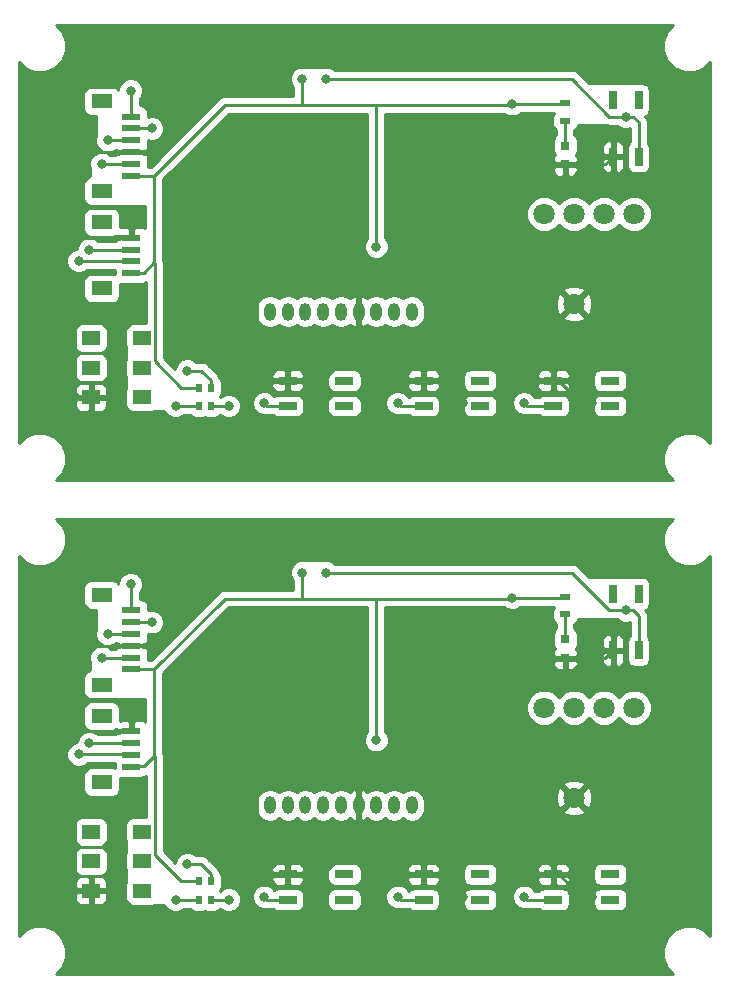
<source format=gtl>
G04 #@! TF.GenerationSoftware,KiCad,Pcbnew,(5.0.0)*
G04 #@! TF.CreationDate,2020-01-25T17:41:45+09:00*
G04 #@! TF.ProjectId,General_purpose_lancer_board_sub_m,47656E6572616C5F707572706F73655F,rev?*
G04 #@! TF.SameCoordinates,Original*
G04 #@! TF.FileFunction,Copper,L1,Top,Signal*
G04 #@! TF.FilePolarity,Positive*
%FSLAX46Y46*%
G04 Gerber Fmt 4.6, Leading zero omitted, Abs format (unit mm)*
G04 Created by KiCad (PCBNEW (5.0.0)) date 01/25/20 17:41:45*
%MOMM*%
%LPD*%
G01*
G04 APERTURE LIST*
G04 #@! TA.AperFunction,SMDPad,CuDef*
%ADD10R,0.500000X0.750000*%
G04 #@! TD*
G04 #@! TA.AperFunction,ComponentPad*
%ADD11O,1.000000X1.500000*%
G04 #@! TD*
G04 #@! TA.AperFunction,SMDPad,CuDef*
%ADD12R,1.500000X1.200000*%
G04 #@! TD*
G04 #@! TA.AperFunction,SMDPad,CuDef*
%ADD13R,1.500000X0.650000*%
G04 #@! TD*
G04 #@! TA.AperFunction,SMDPad,CuDef*
%ADD14R,1.600000X0.650000*%
G04 #@! TD*
G04 #@! TA.AperFunction,SMDPad,CuDef*
%ADD15R,0.900000X0.500000*%
G04 #@! TD*
G04 #@! TA.AperFunction,SMDPad,CuDef*
%ADD16R,1.550000X0.600000*%
G04 #@! TD*
G04 #@! TA.AperFunction,SMDPad,CuDef*
%ADD17R,1.800000X1.200000*%
G04 #@! TD*
G04 #@! TA.AperFunction,SMDPad,CuDef*
%ADD18R,0.650000X1.600000*%
G04 #@! TD*
G04 #@! TA.AperFunction,SMDPad,CuDef*
%ADD19R,0.650000X1.500000*%
G04 #@! TD*
G04 #@! TA.AperFunction,SMDPad,CuDef*
%ADD20R,0.800000X0.800000*%
G04 #@! TD*
G04 #@! TA.AperFunction,ComponentPad*
%ADD21C,1.800000*%
G04 #@! TD*
G04 #@! TA.AperFunction,ViaPad*
%ADD22C,0.800000*%
G04 #@! TD*
G04 #@! TA.AperFunction,Conductor*
%ADD23C,0.250000*%
G04 #@! TD*
G04 #@! TA.AperFunction,NonConductor*
%ADD24C,0.254000*%
G04 #@! TD*
G04 APERTURE END LIST*
D10*
G04 #@! TO.P,LED1,4*
G04 #@! TO.N,N/C*
X187000000Y-133000000D03*
G04 #@! TO.P,LED1,2*
X187000000Y-131450000D03*
G04 #@! TO.P,LED1,1*
X186000000Y-131450000D03*
G04 #@! TO.P,LED1,3*
X186000000Y-133000000D03*
G04 #@! TD*
D11*
G04 #@! TO.P,LCD1,1*
G04 #@! TO.N,N/C*
X192000000Y-125000000D03*
G04 #@! TO.P,LCD1,2*
X193500000Y-125000000D03*
G04 #@! TO.P,LCD1,3*
X195000000Y-125000000D03*
G04 #@! TO.P,LCD1,4*
X196500000Y-125000000D03*
G04 #@! TO.P,LCD1,5*
X198000000Y-125000000D03*
G04 #@! TO.P,LCD1,6*
X199500000Y-125000000D03*
G04 #@! TO.P,LCD1,7*
X201000000Y-125000000D03*
G04 #@! TO.P,LCD1,8*
X202500000Y-125000000D03*
G04 #@! TO.P,LCD1,9*
X204000000Y-125000000D03*
G04 #@! TD*
D12*
G04 #@! TO.P,SW4,*
G04 #@! TO.N,*
X181150000Y-127250000D03*
X181150000Y-132250000D03*
G04 #@! TO.P,SW4,1*
G04 #@! TO.N,N/C*
X176850000Y-127250000D03*
G04 #@! TO.P,SW4,3*
X176850000Y-132250000D03*
G04 #@! TO.P,SW4,2*
X176850000Y-129750000D03*
G04 #@! TO.P,SW4,*
G04 #@! TO.N,*
X181150000Y-129750000D03*
G04 #@! TD*
D13*
G04 #@! TO.P,SW3,1*
G04 #@! TO.N,N/C*
X216000000Y-133000000D03*
D14*
G04 #@! TO.P,SW3,3*
X220800000Y-133000000D03*
D13*
G04 #@! TO.P,SW3,2*
X216000000Y-130850000D03*
D14*
G04 #@! TO.P,SW3,4*
X220800000Y-130850000D03*
G04 #@! TD*
D13*
G04 #@! TO.P,SW1,1*
G04 #@! TO.N,N/C*
X193500000Y-133000000D03*
D14*
G04 #@! TO.P,SW1,3*
X198300000Y-133000000D03*
D13*
G04 #@! TO.P,SW1,2*
X193500000Y-130850000D03*
D14*
G04 #@! TO.P,SW1,4*
X198300000Y-130850000D03*
G04 #@! TD*
D15*
G04 #@! TO.P,R12,2*
G04 #@! TO.N,N/C*
X217000000Y-108850000D03*
G04 #@! TO.P,R12,1*
X217000000Y-107350000D03*
G04 #@! TD*
D14*
G04 #@! TO.P,SW2,4*
G04 #@! TO.N,N/C*
X209800000Y-130850000D03*
D13*
G04 #@! TO.P,SW2,2*
X205000000Y-130850000D03*
D14*
G04 #@! TO.P,SW2,3*
X209800000Y-133000000D03*
D13*
G04 #@! TO.P,SW2,1*
X205000000Y-133000000D03*
G04 #@! TD*
D16*
G04 #@! TO.P,J2,1*
G04 #@! TO.N,N/C*
X180262500Y-121750000D03*
G04 #@! TO.P,J2,2*
X180262500Y-120750000D03*
G04 #@! TO.P,J2,3*
X180262500Y-119750000D03*
G04 #@! TO.P,J2,4*
X180262500Y-118750000D03*
D17*
G04 #@! TO.P,J2,*
G04 #@! TO.N,*
X177737500Y-123050000D03*
X177737500Y-117450000D03*
G04 #@! TD*
D16*
G04 #@! TO.P,J1,1*
G04 #@! TO.N,N/C*
X180262500Y-113500000D03*
G04 #@! TO.P,J1,2*
X180262500Y-112500000D03*
G04 #@! TO.P,J1,3*
X180262500Y-111500000D03*
G04 #@! TO.P,J1,4*
X180262500Y-110500000D03*
G04 #@! TO.P,J1,5*
X180262500Y-109500000D03*
G04 #@! TO.P,J1,6*
X180262500Y-108500000D03*
D17*
G04 #@! TO.P,J1,*
G04 #@! TO.N,*
X177737500Y-114800000D03*
X177737500Y-107200000D03*
G04 #@! TD*
D18*
G04 #@! TO.P,SW6,4*
G04 #@! TO.N,N/C*
X221050000Y-107100000D03*
D19*
G04 #@! TO.P,SW6,2*
X221050000Y-111900000D03*
D18*
G04 #@! TO.P,SW6,3*
X223200000Y-107100000D03*
D19*
G04 #@! TO.P,SW6,1*
X223200000Y-111900000D03*
G04 #@! TD*
D20*
G04 #@! TO.P,D1,2*
G04 #@! TO.N,N/C*
X217000000Y-110950000D03*
G04 #@! TO.P,D1,1*
X217000000Y-112550000D03*
G04 #@! TD*
D21*
G04 #@! TO.P,SW5,4*
G04 #@! TO.N,N/C*
X220270000Y-116750000D03*
G04 #@! TO.P,SW5,2*
X217730000Y-116750000D03*
G04 #@! TO.P,SW5,1*
X215190000Y-116750000D03*
G04 #@! TO.P,SW5,8*
X222810000Y-116750000D03*
G04 #@! TO.P,SW5,C*
X217730000Y-124370000D03*
G04 #@! TD*
D10*
G04 #@! TO.P,LED1,4*
G04 #@! TO.N,N/C*
X187000000Y-91200000D03*
G04 #@! TO.P,LED1,2*
X187000000Y-89650000D03*
G04 #@! TO.P,LED1,1*
X186000000Y-89650000D03*
G04 #@! TO.P,LED1,3*
X186000000Y-91200000D03*
G04 #@! TD*
D11*
G04 #@! TO.P,LCD1,1*
G04 #@! TO.N,N/C*
X192000000Y-83200000D03*
G04 #@! TO.P,LCD1,2*
X193500000Y-83200000D03*
G04 #@! TO.P,LCD1,3*
X195000000Y-83200000D03*
G04 #@! TO.P,LCD1,4*
X196500000Y-83200000D03*
G04 #@! TO.P,LCD1,5*
X198000000Y-83200000D03*
G04 #@! TO.P,LCD1,6*
X199500000Y-83200000D03*
G04 #@! TO.P,LCD1,7*
X201000000Y-83200000D03*
G04 #@! TO.P,LCD1,8*
X202500000Y-83200000D03*
G04 #@! TO.P,LCD1,9*
X204000000Y-83200000D03*
G04 #@! TD*
D12*
G04 #@! TO.P,SW4,*
G04 #@! TO.N,*
X181150000Y-85450000D03*
X181150000Y-90450000D03*
G04 #@! TO.P,SW4,1*
G04 #@! TO.N,N/C*
X176850000Y-85450000D03*
G04 #@! TO.P,SW4,3*
X176850000Y-90450000D03*
G04 #@! TO.P,SW4,2*
X176850000Y-87950000D03*
G04 #@! TO.P,SW4,*
G04 #@! TO.N,*
X181150000Y-87950000D03*
G04 #@! TD*
D13*
G04 #@! TO.P,SW3,1*
G04 #@! TO.N,N/C*
X216000000Y-91200000D03*
D14*
G04 #@! TO.P,SW3,3*
X220800000Y-91200000D03*
D13*
G04 #@! TO.P,SW3,2*
X216000000Y-89050000D03*
D14*
G04 #@! TO.P,SW3,4*
X220800000Y-89050000D03*
G04 #@! TD*
D13*
G04 #@! TO.P,SW1,1*
G04 #@! TO.N,N/C*
X193500000Y-91200000D03*
D14*
G04 #@! TO.P,SW1,3*
X198300000Y-91200000D03*
D13*
G04 #@! TO.P,SW1,2*
X193500000Y-89050000D03*
D14*
G04 #@! TO.P,SW1,4*
X198300000Y-89050000D03*
G04 #@! TD*
D15*
G04 #@! TO.P,R12,2*
G04 #@! TO.N,N/C*
X217000000Y-67050000D03*
G04 #@! TO.P,R12,1*
X217000000Y-65550000D03*
G04 #@! TD*
D14*
G04 #@! TO.P,SW2,4*
G04 #@! TO.N,N/C*
X209800000Y-89050000D03*
D13*
G04 #@! TO.P,SW2,2*
X205000000Y-89050000D03*
D14*
G04 #@! TO.P,SW2,3*
X209800000Y-91200000D03*
D13*
G04 #@! TO.P,SW2,1*
X205000000Y-91200000D03*
G04 #@! TD*
D16*
G04 #@! TO.P,J2,1*
G04 #@! TO.N,N/C*
X180262500Y-79950000D03*
G04 #@! TO.P,J2,2*
X180262500Y-78950000D03*
G04 #@! TO.P,J2,3*
X180262500Y-77950000D03*
G04 #@! TO.P,J2,4*
X180262500Y-76950000D03*
D17*
G04 #@! TO.P,J2,*
G04 #@! TO.N,*
X177737500Y-81250000D03*
X177737500Y-75650000D03*
G04 #@! TD*
D16*
G04 #@! TO.P,J1,1*
G04 #@! TO.N,N/C*
X180262500Y-71700000D03*
G04 #@! TO.P,J1,2*
X180262500Y-70700000D03*
G04 #@! TO.P,J1,3*
X180262500Y-69700000D03*
G04 #@! TO.P,J1,4*
X180262500Y-68700000D03*
G04 #@! TO.P,J1,5*
X180262500Y-67700000D03*
G04 #@! TO.P,J1,6*
X180262500Y-66700000D03*
D17*
G04 #@! TO.P,J1,*
G04 #@! TO.N,*
X177737500Y-73000000D03*
X177737500Y-65400000D03*
G04 #@! TD*
D18*
G04 #@! TO.P,SW6,4*
G04 #@! TO.N,N/C*
X221050000Y-65300000D03*
D19*
G04 #@! TO.P,SW6,2*
X221050000Y-70100000D03*
D18*
G04 #@! TO.P,SW6,3*
X223200000Y-65300000D03*
D19*
G04 #@! TO.P,SW6,1*
X223200000Y-70100000D03*
G04 #@! TD*
D20*
G04 #@! TO.P,D1,2*
G04 #@! TO.N,N/C*
X217000000Y-69150000D03*
G04 #@! TO.P,D1,1*
X217000000Y-70750000D03*
G04 #@! TD*
D21*
G04 #@! TO.P,SW5,4*
G04 #@! TO.N,N/C*
X220270000Y-74950000D03*
G04 #@! TO.P,SW5,2*
X217730000Y-74950000D03*
G04 #@! TO.P,SW5,1*
X215190000Y-74950000D03*
G04 #@! TO.P,SW5,8*
X222810000Y-74950000D03*
G04 #@! TO.P,SW5,C*
X217730000Y-82570000D03*
G04 #@! TD*
D22*
G04 #@! TO.N,*
X227200000Y-66800000D03*
X184800000Y-74700000D03*
X219300000Y-90950000D03*
X171700000Y-77500000D03*
X208300000Y-90950000D03*
X180300000Y-74900000D03*
X222700000Y-61200000D03*
X199500000Y-96200000D03*
X196500000Y-90950000D03*
X179600000Y-59500000D03*
X179800000Y-96200000D03*
X172000000Y-89200000D03*
X218200000Y-96300000D03*
X202300000Y-70600000D03*
X213400000Y-87900000D03*
X212500000Y-61250000D03*
X221050000Y-70100000D03*
X192900000Y-67500000D03*
X171800000Y-64200000D03*
X209500000Y-83300000D03*
X189600000Y-63000000D03*
X201600000Y-59300000D03*
X227300000Y-78600000D03*
X180300000Y-81700000D03*
X227200000Y-90300000D03*
X196750000Y-63500000D03*
X222100000Y-66700000D03*
X182000000Y-67700000D03*
X194700000Y-63500000D03*
X201000000Y-77700000D03*
X212500000Y-65650000D03*
X177750000Y-70700000D03*
X175800000Y-78900000D03*
X176850000Y-87950000D03*
X185000000Y-88200000D03*
X191500000Y-90950000D03*
X202800000Y-90950000D03*
X213500000Y-90950000D03*
X188500000Y-91200000D03*
X184000000Y-91200000D03*
X180200000Y-64500000D03*
X178250000Y-68700000D03*
X176700000Y-77950000D03*
X227200000Y-108600000D03*
X184800000Y-116500000D03*
X219300000Y-132750000D03*
X171700000Y-119300000D03*
X208300000Y-132750000D03*
X180300000Y-116700000D03*
X222700000Y-103000000D03*
X199500000Y-138000000D03*
X196500000Y-132750000D03*
X179600000Y-101300000D03*
X179800000Y-138000000D03*
X172000000Y-131000000D03*
X218200000Y-138100000D03*
X202300000Y-112400000D03*
X213400000Y-129700000D03*
X212500000Y-103050000D03*
X221050000Y-111900000D03*
X192900000Y-109300000D03*
X171800000Y-106000000D03*
X209500000Y-125100000D03*
X189600000Y-104800000D03*
X201600000Y-101100000D03*
X227300000Y-120400000D03*
X180300000Y-123500000D03*
X227200000Y-132100000D03*
X196750000Y-105300000D03*
X222100000Y-108500000D03*
X182000000Y-109500000D03*
X194700000Y-105300000D03*
X201000000Y-119500000D03*
X212500000Y-107450000D03*
X177750000Y-112500000D03*
X175800000Y-120700000D03*
X176850000Y-129750000D03*
X185000000Y-130000000D03*
X191500000Y-132750000D03*
X202800000Y-132750000D03*
X213500000Y-132750000D03*
X188500000Y-133000000D03*
X184000000Y-133000000D03*
X180200000Y-106300000D03*
X178250000Y-110500000D03*
X176700000Y-119750000D03*
G04 #@! TD*
D23*
G04 #@! TO.N,*
X215200000Y-85100000D02*
X217730000Y-82570000D01*
X220400000Y-70750000D02*
X221050000Y-70100000D01*
X176750000Y-76950000D02*
X180262500Y-76950000D01*
X174100000Y-78900000D02*
X176000000Y-77000000D01*
X176850000Y-90450000D02*
X175850000Y-90450000D01*
X211400000Y-61300000D02*
X190200000Y-61300000D01*
X199500000Y-84200000D02*
X200400000Y-85100000D01*
X200400000Y-85100000D02*
X196450000Y-89050000D01*
X181800000Y-69700000D02*
X180262500Y-69700000D01*
X176000000Y-77000000D02*
X176200000Y-77000000D01*
X200400000Y-85100000D02*
X215200000Y-85100000D01*
X180262500Y-69700000D02*
X177200000Y-69700000D01*
X205000000Y-89050000D02*
X205000000Y-85200000D01*
X215200000Y-87675000D02*
X215200000Y-85100000D01*
X217000000Y-70750000D02*
X220400000Y-70750000D01*
X211450000Y-61250000D02*
X211400000Y-61300000D01*
X216000000Y-89050000D02*
X216000000Y-88475000D01*
X195400000Y-89850000D02*
X196500000Y-90950000D01*
X175850000Y-90450000D02*
X174100000Y-88700000D01*
X195400000Y-89050000D02*
X195400000Y-89850000D01*
X176100000Y-76950000D02*
X176750000Y-76950000D01*
X196450000Y-89050000D02*
X195400000Y-89050000D01*
X190200000Y-61300000D02*
X181800000Y-69700000D01*
X174100000Y-88700000D02*
X174100000Y-78900000D01*
X195400000Y-89050000D02*
X193500000Y-89050000D01*
X205000000Y-89050000D02*
X206400000Y-89050000D01*
X218325000Y-90950000D02*
X219300000Y-90950000D01*
X199500000Y-83200000D02*
X199500000Y-84200000D01*
X176100000Y-70800000D02*
X176100000Y-76950000D01*
X212500000Y-61250000D02*
X211450000Y-61250000D01*
X206400000Y-89050000D02*
X208300000Y-90950000D01*
X177200000Y-69700000D02*
X176100000Y-70800000D01*
X216425000Y-89050000D02*
X218325000Y-90950000D01*
X216000000Y-89050000D02*
X216425000Y-89050000D01*
X216000000Y-88475000D02*
X215200000Y-87675000D01*
X217539998Y-63500000D02*
X220739998Y-66700000D01*
X220739998Y-66700000D02*
X222100000Y-66700000D01*
X223200000Y-69100000D02*
X223200000Y-70100000D01*
X182000000Y-67700000D02*
X180262500Y-67700000D01*
X223200000Y-67175000D02*
X223200000Y-69100000D01*
X222725000Y-66700000D02*
X223200000Y-67175000D01*
X222100000Y-66700000D02*
X222725000Y-66700000D01*
X196750000Y-63500000D02*
X217539998Y-63500000D01*
X182225001Y-87425001D02*
X184450000Y-89650000D01*
X194700000Y-65700000D02*
X201000000Y-65700000D01*
X181337500Y-79900000D02*
X180312500Y-79900000D01*
X182200000Y-71700000D02*
X182200000Y-79037500D01*
X194700000Y-65700000D02*
X188200000Y-65700000D01*
X188200000Y-65700000D02*
X182200000Y-71700000D01*
X212500000Y-65650000D02*
X216900000Y-65650000D01*
X201000000Y-65700000D02*
X201000000Y-77700000D01*
X201000000Y-65700000D02*
X212450000Y-65700000D01*
X182225001Y-79062501D02*
X182225001Y-87425001D01*
X212450000Y-65700000D02*
X212500000Y-65650000D01*
X180312500Y-79900000D02*
X180262500Y-79950000D01*
X182200000Y-71700000D02*
X180262500Y-71700000D01*
X194700000Y-63500000D02*
X194700000Y-65700000D01*
X182200000Y-79037500D02*
X181337500Y-79900000D01*
X216900000Y-65650000D02*
X217000000Y-65550000D01*
X182200000Y-79037500D02*
X182225001Y-79062501D01*
X184450000Y-89650000D02*
X186000000Y-89650000D01*
X217000000Y-67050000D02*
X217000000Y-69150000D01*
X177750000Y-70700000D02*
X180262500Y-70700000D01*
X180212500Y-78900000D02*
X180262500Y-78950000D01*
X175800000Y-78900000D02*
X180212500Y-78900000D01*
X185000000Y-88200000D02*
X186175000Y-88200000D01*
X187000000Y-89025000D02*
X187000000Y-89650000D01*
X186175000Y-88200000D02*
X187000000Y-89025000D01*
X191750000Y-91200000D02*
X191500000Y-90950000D01*
X193500000Y-91200000D02*
X191750000Y-91200000D01*
X203050000Y-91200000D02*
X202800000Y-90950000D01*
X205000000Y-91200000D02*
X203050000Y-91200000D01*
X213750000Y-91200000D02*
X213500000Y-90950000D01*
X216000000Y-91200000D02*
X213750000Y-91200000D01*
X188500000Y-91200000D02*
X187000000Y-91200000D01*
X184000000Y-91200000D02*
X186000000Y-91200000D01*
X180262500Y-66700000D02*
X180262500Y-64562500D01*
X180262500Y-64562500D02*
X180200000Y-64500000D01*
X178250000Y-68700000D02*
X180262500Y-68700000D01*
X176700000Y-77950000D02*
X180262500Y-77950000D01*
X215200000Y-126900000D02*
X217730000Y-124370000D01*
X220400000Y-112550000D02*
X221050000Y-111900000D01*
X176750000Y-118750000D02*
X180262500Y-118750000D01*
X174100000Y-120700000D02*
X176000000Y-118800000D01*
X176850000Y-132250000D02*
X175850000Y-132250000D01*
X211400000Y-103100000D02*
X190200000Y-103100000D01*
X199500000Y-126000000D02*
X200400000Y-126900000D01*
X200400000Y-126900000D02*
X196450000Y-130850000D01*
X181800000Y-111500000D02*
X180262500Y-111500000D01*
X176000000Y-118800000D02*
X176200000Y-118800000D01*
X200400000Y-126900000D02*
X215200000Y-126900000D01*
X180262500Y-111500000D02*
X177200000Y-111500000D01*
X205000000Y-130850000D02*
X205000000Y-127000000D01*
X215200000Y-129475000D02*
X215200000Y-126900000D01*
X217000000Y-112550000D02*
X220400000Y-112550000D01*
X211450000Y-103050000D02*
X211400000Y-103100000D01*
X216000000Y-130850000D02*
X216000000Y-130275000D01*
X195400000Y-131650000D02*
X196500000Y-132750000D01*
X175850000Y-132250000D02*
X174100000Y-130500000D01*
X195400000Y-130850000D02*
X195400000Y-131650000D01*
X176100000Y-118750000D02*
X176750000Y-118750000D01*
X196450000Y-130850000D02*
X195400000Y-130850000D01*
X190200000Y-103100000D02*
X181800000Y-111500000D01*
X174100000Y-130500000D02*
X174100000Y-120700000D01*
X195400000Y-130850000D02*
X193500000Y-130850000D01*
X205000000Y-130850000D02*
X206400000Y-130850000D01*
X218325000Y-132750000D02*
X219300000Y-132750000D01*
X199500000Y-125000000D02*
X199500000Y-126000000D01*
X176100000Y-112600000D02*
X176100000Y-118750000D01*
X212500000Y-103050000D02*
X211450000Y-103050000D01*
X206400000Y-130850000D02*
X208300000Y-132750000D01*
X177200000Y-111500000D02*
X176100000Y-112600000D01*
X216425000Y-130850000D02*
X218325000Y-132750000D01*
X216000000Y-130850000D02*
X216425000Y-130850000D01*
X216000000Y-130275000D02*
X215200000Y-129475000D01*
X217539998Y-105300000D02*
X220739998Y-108500000D01*
X220739998Y-108500000D02*
X222100000Y-108500000D01*
X223200000Y-110900000D02*
X223200000Y-111900000D01*
X182000000Y-109500000D02*
X180262500Y-109500000D01*
X223200000Y-108975000D02*
X223200000Y-110900000D01*
X222725000Y-108500000D02*
X223200000Y-108975000D01*
X222100000Y-108500000D02*
X222725000Y-108500000D01*
X196750000Y-105300000D02*
X217539998Y-105300000D01*
X182225001Y-129225001D02*
X184450000Y-131450000D01*
X194700000Y-107500000D02*
X201000000Y-107500000D01*
X181337500Y-121700000D02*
X180312500Y-121700000D01*
X182200000Y-113500000D02*
X182200000Y-120837500D01*
X194700000Y-107500000D02*
X188200000Y-107500000D01*
X188200000Y-107500000D02*
X182200000Y-113500000D01*
X212500000Y-107450000D02*
X216900000Y-107450000D01*
X201000000Y-107500000D02*
X201000000Y-119500000D01*
X201000000Y-107500000D02*
X212450000Y-107500000D01*
X182225001Y-120862501D02*
X182225001Y-129225001D01*
X212450000Y-107500000D02*
X212500000Y-107450000D01*
X180312500Y-121700000D02*
X180262500Y-121750000D01*
X182200000Y-113500000D02*
X180262500Y-113500000D01*
X194700000Y-105300000D02*
X194700000Y-107500000D01*
X182200000Y-120837500D02*
X181337500Y-121700000D01*
X216900000Y-107450000D02*
X217000000Y-107350000D01*
X182200000Y-120837500D02*
X182225001Y-120862501D01*
X184450000Y-131450000D02*
X186000000Y-131450000D01*
X217000000Y-108850000D02*
X217000000Y-110950000D01*
X177750000Y-112500000D02*
X180262500Y-112500000D01*
X180212500Y-120700000D02*
X180262500Y-120750000D01*
X175800000Y-120700000D02*
X180212500Y-120700000D01*
X185000000Y-130000000D02*
X186175000Y-130000000D01*
X187000000Y-130825000D02*
X187000000Y-131450000D01*
X186175000Y-130000000D02*
X187000000Y-130825000D01*
X191750000Y-133000000D02*
X191500000Y-132750000D01*
X193500000Y-133000000D02*
X191750000Y-133000000D01*
X203050000Y-133000000D02*
X202800000Y-132750000D01*
X205000000Y-133000000D02*
X203050000Y-133000000D01*
X213750000Y-133000000D02*
X213500000Y-132750000D01*
X216000000Y-133000000D02*
X213750000Y-133000000D01*
X188500000Y-133000000D02*
X187000000Y-133000000D01*
X184000000Y-133000000D02*
X186000000Y-133000000D01*
X180262500Y-108500000D02*
X180262500Y-106362500D01*
X180262500Y-106362500D02*
X180200000Y-106300000D01*
X178250000Y-110500000D02*
X180262500Y-110500000D01*
X176700000Y-119750000D02*
X180262500Y-119750000D01*
G04 #@! TD*
D24*
G36*
X225605259Y-59433974D02*
X225265000Y-60255431D01*
X225265000Y-61144569D01*
X225605259Y-61966026D01*
X226233974Y-62594741D01*
X227055431Y-62935000D01*
X227944569Y-62935000D01*
X228766026Y-62594741D01*
X229265001Y-62095766D01*
X229265000Y-94304233D01*
X228766026Y-93805259D01*
X227944569Y-93465000D01*
X227055431Y-93465000D01*
X226233974Y-93805259D01*
X225605259Y-94433974D01*
X225265000Y-95255431D01*
X225265000Y-96144569D01*
X225605259Y-96966026D01*
X226104233Y-97465000D01*
X173895767Y-97465000D01*
X174394741Y-96966026D01*
X174735000Y-96144569D01*
X174735000Y-95255431D01*
X174394741Y-94433974D01*
X173766026Y-93805259D01*
X172944569Y-93465000D01*
X172055431Y-93465000D01*
X171233974Y-93805259D01*
X170735000Y-94304233D01*
X170735000Y-90735750D01*
X175465000Y-90735750D01*
X175465000Y-91176309D01*
X175561673Y-91409698D01*
X175740301Y-91588327D01*
X175973690Y-91685000D01*
X176564250Y-91685000D01*
X176723000Y-91526250D01*
X176723000Y-90577000D01*
X176977000Y-90577000D01*
X176977000Y-91526250D01*
X177135750Y-91685000D01*
X177726310Y-91685000D01*
X177959699Y-91588327D01*
X178138327Y-91409698D01*
X178235000Y-91176309D01*
X178235000Y-90735750D01*
X178076250Y-90577000D01*
X176977000Y-90577000D01*
X176723000Y-90577000D01*
X175623750Y-90577000D01*
X175465000Y-90735750D01*
X170735000Y-90735750D01*
X170735000Y-89723691D01*
X175465000Y-89723691D01*
X175465000Y-90164250D01*
X175623750Y-90323000D01*
X176723000Y-90323000D01*
X176723000Y-89373750D01*
X176977000Y-89373750D01*
X176977000Y-90323000D01*
X178076250Y-90323000D01*
X178235000Y-90164250D01*
X178235000Y-89723691D01*
X178138327Y-89490302D01*
X177959699Y-89311673D01*
X177726310Y-89215000D01*
X177135750Y-89215000D01*
X176977000Y-89373750D01*
X176723000Y-89373750D01*
X176564250Y-89215000D01*
X175973690Y-89215000D01*
X175740301Y-89311673D01*
X175561673Y-89490302D01*
X175465000Y-89723691D01*
X170735000Y-89723691D01*
X170735000Y-87350000D01*
X175452560Y-87350000D01*
X175452560Y-88550000D01*
X175501843Y-88797765D01*
X175642191Y-89007809D01*
X175852235Y-89148157D01*
X176100000Y-89197440D01*
X177600000Y-89197440D01*
X177847765Y-89148157D01*
X178057809Y-89007809D01*
X178198157Y-88797765D01*
X178247440Y-88550000D01*
X178247440Y-87350000D01*
X178198157Y-87102235D01*
X178057809Y-86892191D01*
X177847765Y-86751843D01*
X177600000Y-86702560D01*
X176100000Y-86702560D01*
X175852235Y-86751843D01*
X175642191Y-86892191D01*
X175501843Y-87102235D01*
X175452560Y-87350000D01*
X170735000Y-87350000D01*
X170735000Y-84850000D01*
X175452560Y-84850000D01*
X175452560Y-86050000D01*
X175501843Y-86297765D01*
X175642191Y-86507809D01*
X175852235Y-86648157D01*
X176100000Y-86697440D01*
X177600000Y-86697440D01*
X177847765Y-86648157D01*
X178057809Y-86507809D01*
X178198157Y-86297765D01*
X178247440Y-86050000D01*
X178247440Y-84850000D01*
X178198157Y-84602235D01*
X178057809Y-84392191D01*
X177847765Y-84251843D01*
X177600000Y-84202560D01*
X176100000Y-84202560D01*
X175852235Y-84251843D01*
X175642191Y-84392191D01*
X175501843Y-84602235D01*
X175452560Y-84850000D01*
X170735000Y-84850000D01*
X170735000Y-78694126D01*
X174765000Y-78694126D01*
X174765000Y-79105874D01*
X174922569Y-79486280D01*
X175213720Y-79777431D01*
X175594126Y-79935000D01*
X176005874Y-79935000D01*
X176386280Y-79777431D01*
X176503711Y-79660000D01*
X178840060Y-79660000D01*
X178840060Y-80042851D01*
X178637500Y-80002560D01*
X176837500Y-80002560D01*
X176589735Y-80051843D01*
X176379691Y-80192191D01*
X176239343Y-80402235D01*
X176190060Y-80650000D01*
X176190060Y-81850000D01*
X176239343Y-82097765D01*
X176379691Y-82307809D01*
X176589735Y-82448157D01*
X176837500Y-82497440D01*
X178637500Y-82497440D01*
X178885265Y-82448157D01*
X179095309Y-82307809D01*
X179235657Y-82097765D01*
X179284940Y-81850000D01*
X179284940Y-80857149D01*
X179487500Y-80897440D01*
X181037500Y-80897440D01*
X181285265Y-80848157D01*
X181465001Y-80728060D01*
X181465002Y-84202560D01*
X180400000Y-84202560D01*
X180152235Y-84251843D01*
X179942191Y-84392191D01*
X179801843Y-84602235D01*
X179752560Y-84850000D01*
X179752560Y-86050000D01*
X179773000Y-86152760D01*
X179773000Y-87247240D01*
X179752560Y-87350000D01*
X179752560Y-88550000D01*
X179773000Y-88652760D01*
X179773000Y-89747240D01*
X179752560Y-89850000D01*
X179752560Y-91050000D01*
X179801843Y-91297765D01*
X179942191Y-91507809D01*
X180152235Y-91648157D01*
X180400000Y-91697440D01*
X181900000Y-91697440D01*
X182147765Y-91648157D01*
X182179428Y-91627000D01*
X183056593Y-91627000D01*
X183122569Y-91786280D01*
X183413720Y-92077431D01*
X183794126Y-92235000D01*
X184205874Y-92235000D01*
X184586280Y-92077431D01*
X184703711Y-91960000D01*
X185243541Y-91960000D01*
X185292191Y-92032809D01*
X185502235Y-92173157D01*
X185750000Y-92222440D01*
X186250000Y-92222440D01*
X186497765Y-92173157D01*
X186500000Y-92171664D01*
X186502235Y-92173157D01*
X186750000Y-92222440D01*
X187250000Y-92222440D01*
X187497765Y-92173157D01*
X187707809Y-92032809D01*
X187756459Y-91960000D01*
X187796289Y-91960000D01*
X187913720Y-92077431D01*
X188294126Y-92235000D01*
X188705874Y-92235000D01*
X189086280Y-92077431D01*
X189377431Y-91786280D01*
X189535000Y-91405874D01*
X189535000Y-90994126D01*
X189431447Y-90744126D01*
X190465000Y-90744126D01*
X190465000Y-91155874D01*
X190622569Y-91536280D01*
X190913720Y-91827431D01*
X191294126Y-91985000D01*
X191705874Y-91985000D01*
X191736682Y-91972239D01*
X191749999Y-91974888D01*
X191824846Y-91960000D01*
X192276950Y-91960000D01*
X192292191Y-91982809D01*
X192502235Y-92123157D01*
X192750000Y-92172440D01*
X194250000Y-92172440D01*
X194497765Y-92123157D01*
X194707809Y-91982809D01*
X194848157Y-91772765D01*
X194897440Y-91525000D01*
X194897440Y-90875000D01*
X196852560Y-90875000D01*
X196852560Y-91525000D01*
X196901843Y-91772765D01*
X197042191Y-91982809D01*
X197252235Y-92123157D01*
X197500000Y-92172440D01*
X199100000Y-92172440D01*
X199347765Y-92123157D01*
X199557809Y-91982809D01*
X199698157Y-91772765D01*
X199747440Y-91525000D01*
X199747440Y-90875000D01*
X199721408Y-90744126D01*
X201765000Y-90744126D01*
X201765000Y-91155874D01*
X201922569Y-91536280D01*
X202213720Y-91827431D01*
X202594126Y-91985000D01*
X203005874Y-91985000D01*
X203036682Y-91972239D01*
X203049999Y-91974888D01*
X203124846Y-91960000D01*
X203776950Y-91960000D01*
X203792191Y-91982809D01*
X204002235Y-92123157D01*
X204250000Y-92172440D01*
X205750000Y-92172440D01*
X205997765Y-92123157D01*
X206207809Y-91982809D01*
X206348157Y-91772765D01*
X206397440Y-91525000D01*
X206397440Y-90875000D01*
X208352560Y-90875000D01*
X208352560Y-91525000D01*
X208401843Y-91772765D01*
X208542191Y-91982809D01*
X208752235Y-92123157D01*
X209000000Y-92172440D01*
X210600000Y-92172440D01*
X210847765Y-92123157D01*
X211057809Y-91982809D01*
X211198157Y-91772765D01*
X211247440Y-91525000D01*
X211247440Y-90875000D01*
X211221408Y-90744126D01*
X212465000Y-90744126D01*
X212465000Y-91155874D01*
X212622569Y-91536280D01*
X212913720Y-91827431D01*
X213294126Y-91985000D01*
X213705874Y-91985000D01*
X213736682Y-91972239D01*
X213749999Y-91974888D01*
X213824846Y-91960000D01*
X214776950Y-91960000D01*
X214792191Y-91982809D01*
X215002235Y-92123157D01*
X215250000Y-92172440D01*
X216750000Y-92172440D01*
X216997765Y-92123157D01*
X217207809Y-91982809D01*
X217348157Y-91772765D01*
X217397440Y-91525000D01*
X217397440Y-90875000D01*
X219352560Y-90875000D01*
X219352560Y-91525000D01*
X219401843Y-91772765D01*
X219542191Y-91982809D01*
X219752235Y-92123157D01*
X220000000Y-92172440D01*
X221600000Y-92172440D01*
X221847765Y-92123157D01*
X222057809Y-91982809D01*
X222198157Y-91772765D01*
X222247440Y-91525000D01*
X222247440Y-90875000D01*
X222198157Y-90627235D01*
X222057809Y-90417191D01*
X221847765Y-90276843D01*
X221600000Y-90227560D01*
X220000000Y-90227560D01*
X219752235Y-90276843D01*
X219542191Y-90417191D01*
X219401843Y-90627235D01*
X219352560Y-90875000D01*
X217397440Y-90875000D01*
X217348157Y-90627235D01*
X217207809Y-90417191D01*
X216997765Y-90276843D01*
X216750000Y-90227560D01*
X215250000Y-90227560D01*
X215002235Y-90276843D01*
X214792191Y-90417191D01*
X214776950Y-90440000D01*
X214409027Y-90440000D01*
X214377431Y-90363720D01*
X214086280Y-90072569D01*
X213705874Y-89915000D01*
X213294126Y-89915000D01*
X212913720Y-90072569D01*
X212622569Y-90363720D01*
X212465000Y-90744126D01*
X211221408Y-90744126D01*
X211198157Y-90627235D01*
X211057809Y-90417191D01*
X210847765Y-90276843D01*
X210600000Y-90227560D01*
X209000000Y-90227560D01*
X208752235Y-90276843D01*
X208542191Y-90417191D01*
X208401843Y-90627235D01*
X208352560Y-90875000D01*
X206397440Y-90875000D01*
X206348157Y-90627235D01*
X206207809Y-90417191D01*
X205997765Y-90276843D01*
X205750000Y-90227560D01*
X204250000Y-90227560D01*
X204002235Y-90276843D01*
X203792191Y-90417191D01*
X203776950Y-90440000D01*
X203709027Y-90440000D01*
X203677431Y-90363720D01*
X203386280Y-90072569D01*
X203005874Y-89915000D01*
X202594126Y-89915000D01*
X202213720Y-90072569D01*
X201922569Y-90363720D01*
X201765000Y-90744126D01*
X199721408Y-90744126D01*
X199698157Y-90627235D01*
X199557809Y-90417191D01*
X199347765Y-90276843D01*
X199100000Y-90227560D01*
X197500000Y-90227560D01*
X197252235Y-90276843D01*
X197042191Y-90417191D01*
X196901843Y-90627235D01*
X196852560Y-90875000D01*
X194897440Y-90875000D01*
X194848157Y-90627235D01*
X194707809Y-90417191D01*
X194497765Y-90276843D01*
X194250000Y-90227560D01*
X192750000Y-90227560D01*
X192502235Y-90276843D01*
X192375342Y-90361631D01*
X192086280Y-90072569D01*
X191705874Y-89915000D01*
X191294126Y-89915000D01*
X190913720Y-90072569D01*
X190622569Y-90363720D01*
X190465000Y-90744126D01*
X189431447Y-90744126D01*
X189377431Y-90613720D01*
X189086280Y-90322569D01*
X188705874Y-90165000D01*
X188294126Y-90165000D01*
X187913720Y-90322569D01*
X187796289Y-90440000D01*
X187756459Y-90440000D01*
X187746436Y-90425000D01*
X187848157Y-90272765D01*
X187897440Y-90025000D01*
X187897440Y-89335750D01*
X192115000Y-89335750D01*
X192115000Y-89501310D01*
X192211673Y-89734699D01*
X192390302Y-89913327D01*
X192623691Y-90010000D01*
X193214250Y-90010000D01*
X193373000Y-89851250D01*
X193373000Y-89177000D01*
X193627000Y-89177000D01*
X193627000Y-89851250D01*
X193785750Y-90010000D01*
X194376309Y-90010000D01*
X194609698Y-89913327D01*
X194788327Y-89734699D01*
X194885000Y-89501310D01*
X194885000Y-89335750D01*
X194726250Y-89177000D01*
X193627000Y-89177000D01*
X193373000Y-89177000D01*
X192273750Y-89177000D01*
X192115000Y-89335750D01*
X187897440Y-89335750D01*
X187897440Y-89275000D01*
X187848157Y-89027235D01*
X187744465Y-88872051D01*
X187715904Y-88728463D01*
X187629193Y-88598690D01*
X192115000Y-88598690D01*
X192115000Y-88764250D01*
X192273750Y-88923000D01*
X193373000Y-88923000D01*
X193373000Y-88248750D01*
X193627000Y-88248750D01*
X193627000Y-88923000D01*
X194726250Y-88923000D01*
X194885000Y-88764250D01*
X194885000Y-88725000D01*
X196852560Y-88725000D01*
X196852560Y-89375000D01*
X196901843Y-89622765D01*
X197042191Y-89832809D01*
X197252235Y-89973157D01*
X197500000Y-90022440D01*
X199100000Y-90022440D01*
X199347765Y-89973157D01*
X199557809Y-89832809D01*
X199698157Y-89622765D01*
X199747440Y-89375000D01*
X199747440Y-89335750D01*
X203615000Y-89335750D01*
X203615000Y-89501310D01*
X203711673Y-89734699D01*
X203890302Y-89913327D01*
X204123691Y-90010000D01*
X204714250Y-90010000D01*
X204873000Y-89851250D01*
X204873000Y-89177000D01*
X205127000Y-89177000D01*
X205127000Y-89851250D01*
X205285750Y-90010000D01*
X205876309Y-90010000D01*
X206109698Y-89913327D01*
X206288327Y-89734699D01*
X206385000Y-89501310D01*
X206385000Y-89335750D01*
X206226250Y-89177000D01*
X205127000Y-89177000D01*
X204873000Y-89177000D01*
X203773750Y-89177000D01*
X203615000Y-89335750D01*
X199747440Y-89335750D01*
X199747440Y-88725000D01*
X199722316Y-88598690D01*
X203615000Y-88598690D01*
X203615000Y-88764250D01*
X203773750Y-88923000D01*
X204873000Y-88923000D01*
X204873000Y-88248750D01*
X205127000Y-88248750D01*
X205127000Y-88923000D01*
X206226250Y-88923000D01*
X206385000Y-88764250D01*
X206385000Y-88725000D01*
X208352560Y-88725000D01*
X208352560Y-89375000D01*
X208401843Y-89622765D01*
X208542191Y-89832809D01*
X208752235Y-89973157D01*
X209000000Y-90022440D01*
X210600000Y-90022440D01*
X210847765Y-89973157D01*
X211057809Y-89832809D01*
X211198157Y-89622765D01*
X211247440Y-89375000D01*
X211247440Y-89335750D01*
X214615000Y-89335750D01*
X214615000Y-89501310D01*
X214711673Y-89734699D01*
X214890302Y-89913327D01*
X215123691Y-90010000D01*
X215714250Y-90010000D01*
X215873000Y-89851250D01*
X215873000Y-89177000D01*
X216127000Y-89177000D01*
X216127000Y-89851250D01*
X216285750Y-90010000D01*
X216876309Y-90010000D01*
X217109698Y-89913327D01*
X217288327Y-89734699D01*
X217385000Y-89501310D01*
X217385000Y-89335750D01*
X217226250Y-89177000D01*
X216127000Y-89177000D01*
X215873000Y-89177000D01*
X214773750Y-89177000D01*
X214615000Y-89335750D01*
X211247440Y-89335750D01*
X211247440Y-88725000D01*
X211222316Y-88598690D01*
X214615000Y-88598690D01*
X214615000Y-88764250D01*
X214773750Y-88923000D01*
X215873000Y-88923000D01*
X215873000Y-88248750D01*
X216127000Y-88248750D01*
X216127000Y-88923000D01*
X217226250Y-88923000D01*
X217385000Y-88764250D01*
X217385000Y-88725000D01*
X219352560Y-88725000D01*
X219352560Y-89375000D01*
X219401843Y-89622765D01*
X219542191Y-89832809D01*
X219752235Y-89973157D01*
X220000000Y-90022440D01*
X221600000Y-90022440D01*
X221847765Y-89973157D01*
X222057809Y-89832809D01*
X222198157Y-89622765D01*
X222247440Y-89375000D01*
X222247440Y-88725000D01*
X222198157Y-88477235D01*
X222057809Y-88267191D01*
X221847765Y-88126843D01*
X221600000Y-88077560D01*
X220000000Y-88077560D01*
X219752235Y-88126843D01*
X219542191Y-88267191D01*
X219401843Y-88477235D01*
X219352560Y-88725000D01*
X217385000Y-88725000D01*
X217385000Y-88598690D01*
X217288327Y-88365301D01*
X217109698Y-88186673D01*
X216876309Y-88090000D01*
X216285750Y-88090000D01*
X216127000Y-88248750D01*
X215873000Y-88248750D01*
X215714250Y-88090000D01*
X215123691Y-88090000D01*
X214890302Y-88186673D01*
X214711673Y-88365301D01*
X214615000Y-88598690D01*
X211222316Y-88598690D01*
X211198157Y-88477235D01*
X211057809Y-88267191D01*
X210847765Y-88126843D01*
X210600000Y-88077560D01*
X209000000Y-88077560D01*
X208752235Y-88126843D01*
X208542191Y-88267191D01*
X208401843Y-88477235D01*
X208352560Y-88725000D01*
X206385000Y-88725000D01*
X206385000Y-88598690D01*
X206288327Y-88365301D01*
X206109698Y-88186673D01*
X205876309Y-88090000D01*
X205285750Y-88090000D01*
X205127000Y-88248750D01*
X204873000Y-88248750D01*
X204714250Y-88090000D01*
X204123691Y-88090000D01*
X203890302Y-88186673D01*
X203711673Y-88365301D01*
X203615000Y-88598690D01*
X199722316Y-88598690D01*
X199698157Y-88477235D01*
X199557809Y-88267191D01*
X199347765Y-88126843D01*
X199100000Y-88077560D01*
X197500000Y-88077560D01*
X197252235Y-88126843D01*
X197042191Y-88267191D01*
X196901843Y-88477235D01*
X196852560Y-88725000D01*
X194885000Y-88725000D01*
X194885000Y-88598690D01*
X194788327Y-88365301D01*
X194609698Y-88186673D01*
X194376309Y-88090000D01*
X193785750Y-88090000D01*
X193627000Y-88248750D01*
X193373000Y-88248750D01*
X193214250Y-88090000D01*
X192623691Y-88090000D01*
X192390302Y-88186673D01*
X192211673Y-88365301D01*
X192115000Y-88598690D01*
X187629193Y-88598690D01*
X187547929Y-88477071D01*
X187484473Y-88434671D01*
X186765331Y-87715530D01*
X186722929Y-87652071D01*
X186471537Y-87484096D01*
X186249852Y-87440000D01*
X186249847Y-87440000D01*
X186175000Y-87425112D01*
X186100153Y-87440000D01*
X185703711Y-87440000D01*
X185586280Y-87322569D01*
X185205874Y-87165000D01*
X184794126Y-87165000D01*
X184413720Y-87322569D01*
X184122569Y-87613720D01*
X183965000Y-87994126D01*
X183965000Y-88090198D01*
X182985001Y-87110200D01*
X182985001Y-82838218D01*
X190865000Y-82838218D01*
X190865000Y-83561783D01*
X190930854Y-83892855D01*
X191181712Y-84268289D01*
X191557146Y-84519146D01*
X192000000Y-84607235D01*
X192442855Y-84519146D01*
X192750001Y-84313918D01*
X193057146Y-84519146D01*
X193500000Y-84607235D01*
X193942855Y-84519146D01*
X194250001Y-84313918D01*
X194557146Y-84519146D01*
X195000000Y-84607235D01*
X195442855Y-84519146D01*
X195750001Y-84313918D01*
X196057146Y-84519146D01*
X196500000Y-84607235D01*
X196942855Y-84519146D01*
X197250001Y-84313918D01*
X197557146Y-84519146D01*
X198000000Y-84607235D01*
X198442855Y-84519146D01*
X198750056Y-84313881D01*
X199113840Y-84531586D01*
X199198126Y-84544119D01*
X199373000Y-84417954D01*
X199373000Y-83327000D01*
X199353000Y-83327000D01*
X199353000Y-83073000D01*
X199373000Y-83073000D01*
X199373000Y-81982046D01*
X199627000Y-81982046D01*
X199627000Y-83073000D01*
X199647000Y-83073000D01*
X199647000Y-83327000D01*
X199627000Y-83327000D01*
X199627000Y-84417954D01*
X199801874Y-84544119D01*
X199886160Y-84531586D01*
X200249945Y-84313881D01*
X200557146Y-84519146D01*
X201000000Y-84607235D01*
X201442855Y-84519146D01*
X201750001Y-84313918D01*
X202057146Y-84519146D01*
X202500000Y-84607235D01*
X202942855Y-84519146D01*
X203250001Y-84313918D01*
X203557146Y-84519146D01*
X204000000Y-84607235D01*
X204442855Y-84519146D01*
X204818289Y-84268289D01*
X205069146Y-83892854D01*
X205117420Y-83650159D01*
X216829446Y-83650159D01*
X216915852Y-83906643D01*
X217489336Y-84116458D01*
X218099460Y-84090839D01*
X218544148Y-83906643D01*
X218630554Y-83650159D01*
X217730000Y-82749605D01*
X216829446Y-83650159D01*
X205117420Y-83650159D01*
X205135000Y-83561782D01*
X205135000Y-82838217D01*
X205069146Y-82507145D01*
X204950338Y-82329336D01*
X216183542Y-82329336D01*
X216209161Y-82939460D01*
X216393357Y-83384148D01*
X216649841Y-83470554D01*
X217550395Y-82570000D01*
X217909605Y-82570000D01*
X218810159Y-83470554D01*
X219066643Y-83384148D01*
X219276458Y-82810664D01*
X219250839Y-82200540D01*
X219066643Y-81755852D01*
X218810159Y-81669446D01*
X217909605Y-82570000D01*
X217550395Y-82570000D01*
X216649841Y-81669446D01*
X216393357Y-81755852D01*
X216183542Y-82329336D01*
X204950338Y-82329336D01*
X204818289Y-82131711D01*
X204442854Y-81880854D01*
X204000000Y-81792765D01*
X203557145Y-81880854D01*
X203250000Y-82086082D01*
X202942854Y-81880854D01*
X202500000Y-81792765D01*
X202057145Y-81880854D01*
X201750000Y-82086082D01*
X201442854Y-81880854D01*
X201000000Y-81792765D01*
X200557145Y-81880854D01*
X200249944Y-82086119D01*
X199886160Y-81868414D01*
X199801874Y-81855881D01*
X199627000Y-81982046D01*
X199373000Y-81982046D01*
X199198126Y-81855881D01*
X199113840Y-81868414D01*
X198750055Y-82086119D01*
X198442854Y-81880854D01*
X198000000Y-81792765D01*
X197557145Y-81880854D01*
X197250000Y-82086082D01*
X196942854Y-81880854D01*
X196500000Y-81792765D01*
X196057145Y-81880854D01*
X195750000Y-82086082D01*
X195442854Y-81880854D01*
X195000000Y-81792765D01*
X194557145Y-81880854D01*
X194250000Y-82086082D01*
X193942854Y-81880854D01*
X193500000Y-81792765D01*
X193057145Y-81880854D01*
X192750000Y-82086082D01*
X192442854Y-81880854D01*
X192000000Y-81792765D01*
X191557145Y-81880854D01*
X191181711Y-82131711D01*
X190930854Y-82507146D01*
X190865000Y-82838218D01*
X182985001Y-82838218D01*
X182985001Y-81489841D01*
X216829446Y-81489841D01*
X217730000Y-82390395D01*
X218630554Y-81489841D01*
X218544148Y-81233357D01*
X217970664Y-81023542D01*
X217360540Y-81049161D01*
X216915852Y-81233357D01*
X216829446Y-81489841D01*
X182985001Y-81489841D01*
X182985001Y-79137349D01*
X182999889Y-79062501D01*
X182985001Y-78987653D01*
X182985001Y-78987649D01*
X182960000Y-78861961D01*
X182960000Y-72014801D01*
X188514803Y-66460000D01*
X194625148Y-66460000D01*
X194700000Y-66474889D01*
X194774852Y-66460000D01*
X200240000Y-66460000D01*
X200240001Y-76996288D01*
X200122569Y-77113720D01*
X199965000Y-77494126D01*
X199965000Y-77905874D01*
X200122569Y-78286280D01*
X200413720Y-78577431D01*
X200794126Y-78735000D01*
X201205874Y-78735000D01*
X201586280Y-78577431D01*
X201877431Y-78286280D01*
X202035000Y-77905874D01*
X202035000Y-77494126D01*
X201877431Y-77113720D01*
X201760000Y-76996289D01*
X201760000Y-74644670D01*
X213655000Y-74644670D01*
X213655000Y-75255330D01*
X213888690Y-75819507D01*
X214320493Y-76251310D01*
X214884670Y-76485000D01*
X215495330Y-76485000D01*
X216059507Y-76251310D01*
X216460000Y-75850817D01*
X216860493Y-76251310D01*
X217424670Y-76485000D01*
X218035330Y-76485000D01*
X218599507Y-76251310D01*
X219000000Y-75850817D01*
X219400493Y-76251310D01*
X219964670Y-76485000D01*
X220575330Y-76485000D01*
X221139507Y-76251310D01*
X221540000Y-75850817D01*
X221940493Y-76251310D01*
X222504670Y-76485000D01*
X223115330Y-76485000D01*
X223679507Y-76251310D01*
X224111310Y-75819507D01*
X224345000Y-75255330D01*
X224345000Y-74644670D01*
X224111310Y-74080493D01*
X223679507Y-73648690D01*
X223115330Y-73415000D01*
X222504670Y-73415000D01*
X221940493Y-73648690D01*
X221540000Y-74049183D01*
X221139507Y-73648690D01*
X220575330Y-73415000D01*
X219964670Y-73415000D01*
X219400493Y-73648690D01*
X219000000Y-74049183D01*
X218599507Y-73648690D01*
X218035330Y-73415000D01*
X217424670Y-73415000D01*
X216860493Y-73648690D01*
X216460000Y-74049183D01*
X216059507Y-73648690D01*
X215495330Y-73415000D01*
X214884670Y-73415000D01*
X214320493Y-73648690D01*
X213888690Y-74080493D01*
X213655000Y-74644670D01*
X201760000Y-74644670D01*
X201760000Y-71035750D01*
X215965000Y-71035750D01*
X215965000Y-71276309D01*
X216061673Y-71509698D01*
X216240301Y-71688327D01*
X216473690Y-71785000D01*
X216714250Y-71785000D01*
X216873000Y-71626250D01*
X216873000Y-70877000D01*
X217127000Y-70877000D01*
X217127000Y-71626250D01*
X217285750Y-71785000D01*
X217526310Y-71785000D01*
X217759699Y-71688327D01*
X217938327Y-71509698D01*
X218035000Y-71276309D01*
X218035000Y-71035750D01*
X217876250Y-70877000D01*
X217127000Y-70877000D01*
X216873000Y-70877000D01*
X216123750Y-70877000D01*
X215965000Y-71035750D01*
X201760000Y-71035750D01*
X201760000Y-66460000D01*
X211846289Y-66460000D01*
X211913720Y-66527431D01*
X212294126Y-66685000D01*
X212705874Y-66685000D01*
X213086280Y-66527431D01*
X213203711Y-66410000D01*
X216046882Y-66410000D01*
X215951843Y-66552235D01*
X215902560Y-66800000D01*
X215902560Y-67300000D01*
X215951843Y-67547765D01*
X216092191Y-67757809D01*
X216240000Y-67856573D01*
X216240001Y-68226836D01*
X216142191Y-68292191D01*
X216001843Y-68502235D01*
X215952560Y-68750000D01*
X215952560Y-69550000D01*
X216001843Y-69797765D01*
X216102927Y-69949047D01*
X216061673Y-69990302D01*
X215965000Y-70223691D01*
X215965000Y-70464250D01*
X216123750Y-70623000D01*
X216873000Y-70623000D01*
X216873000Y-70603000D01*
X217127000Y-70603000D01*
X217127000Y-70623000D01*
X217876250Y-70623000D01*
X218035000Y-70464250D01*
X218035000Y-70385750D01*
X220090000Y-70385750D01*
X220090000Y-70976309D01*
X220186673Y-71209698D01*
X220365301Y-71388327D01*
X220598690Y-71485000D01*
X220764250Y-71485000D01*
X220923000Y-71326250D01*
X220923000Y-70227000D01*
X221177000Y-70227000D01*
X221177000Y-71326250D01*
X221335750Y-71485000D01*
X221501310Y-71485000D01*
X221734699Y-71388327D01*
X221913327Y-71209698D01*
X222010000Y-70976309D01*
X222010000Y-70385750D01*
X221851250Y-70227000D01*
X221177000Y-70227000D01*
X220923000Y-70227000D01*
X220248750Y-70227000D01*
X220090000Y-70385750D01*
X218035000Y-70385750D01*
X218035000Y-70223691D01*
X217938327Y-69990302D01*
X217897073Y-69949047D01*
X217998157Y-69797765D01*
X218047440Y-69550000D01*
X218047440Y-69223691D01*
X220090000Y-69223691D01*
X220090000Y-69814250D01*
X220248750Y-69973000D01*
X220923000Y-69973000D01*
X220923000Y-68873750D01*
X221177000Y-68873750D01*
X221177000Y-69973000D01*
X221851250Y-69973000D01*
X222010000Y-69814250D01*
X222010000Y-69223691D01*
X221913327Y-68990302D01*
X221734699Y-68811673D01*
X221501310Y-68715000D01*
X221335750Y-68715000D01*
X221177000Y-68873750D01*
X220923000Y-68873750D01*
X220764250Y-68715000D01*
X220598690Y-68715000D01*
X220365301Y-68811673D01*
X220186673Y-68990302D01*
X220090000Y-69223691D01*
X218047440Y-69223691D01*
X218047440Y-68750000D01*
X217998157Y-68502235D01*
X217857809Y-68292191D01*
X217760000Y-68226837D01*
X217760000Y-67856573D01*
X217907809Y-67757809D01*
X218048157Y-67547765D01*
X218072178Y-67427000D01*
X220499244Y-67427000D01*
X220665146Y-67460000D01*
X220665150Y-67460000D01*
X220739997Y-67474888D01*
X220814844Y-67460000D01*
X221396289Y-67460000D01*
X221513720Y-67577431D01*
X221894126Y-67735000D01*
X222305874Y-67735000D01*
X222440000Y-67679443D01*
X222440001Y-68876950D01*
X222417191Y-68892191D01*
X222276843Y-69102235D01*
X222227560Y-69350000D01*
X222227560Y-70850000D01*
X222276843Y-71097765D01*
X222417191Y-71307809D01*
X222627235Y-71448157D01*
X222875000Y-71497440D01*
X223525000Y-71497440D01*
X223772765Y-71448157D01*
X223982809Y-71307809D01*
X224123157Y-71097765D01*
X224172440Y-70850000D01*
X224172440Y-69350000D01*
X224123157Y-69102235D01*
X223982809Y-68892191D01*
X223960000Y-68876950D01*
X223960000Y-67249846D01*
X223974888Y-67174999D01*
X223960000Y-67100152D01*
X223960000Y-67100148D01*
X223915904Y-66878463D01*
X223788432Y-66687688D01*
X223982809Y-66557809D01*
X224123157Y-66347765D01*
X224172440Y-66100000D01*
X224172440Y-64500000D01*
X224123157Y-64252235D01*
X223982809Y-64042191D01*
X223772765Y-63901843D01*
X223525000Y-63852560D01*
X222875000Y-63852560D01*
X222736120Y-63880185D01*
X222700000Y-63873000D01*
X221477760Y-63873000D01*
X221375000Y-63852560D01*
X220725000Y-63852560D01*
X220622240Y-63873000D01*
X218987800Y-63873000D01*
X218130329Y-63015530D01*
X218087927Y-62952071D01*
X217836535Y-62784096D01*
X217614850Y-62740000D01*
X217614845Y-62740000D01*
X217539998Y-62725112D01*
X217465151Y-62740000D01*
X197453711Y-62740000D01*
X197336280Y-62622569D01*
X196955874Y-62465000D01*
X196544126Y-62465000D01*
X196524812Y-62473000D01*
X194925188Y-62473000D01*
X194905874Y-62465000D01*
X194494126Y-62465000D01*
X194113720Y-62622569D01*
X193822569Y-62913720D01*
X193665000Y-63294126D01*
X193665000Y-63705874D01*
X193822569Y-64086280D01*
X193940000Y-64203711D01*
X193940001Y-64940000D01*
X188274846Y-64940000D01*
X188199999Y-64925112D01*
X188125152Y-64940000D01*
X188125148Y-64940000D01*
X187903463Y-64984096D01*
X187876562Y-65002071D01*
X187715526Y-65109671D01*
X187715524Y-65109673D01*
X187652071Y-65152071D01*
X187609673Y-65215524D01*
X181885199Y-70940000D01*
X181684940Y-70940000D01*
X181684940Y-70400000D01*
X181644126Y-70194811D01*
X181672500Y-70126309D01*
X181672500Y-69985750D01*
X181513750Y-69827000D01*
X181322915Y-69827000D01*
X181285265Y-69801843D01*
X181037500Y-69752560D01*
X179487500Y-69752560D01*
X179239735Y-69801843D01*
X179202085Y-69827000D01*
X179011250Y-69827000D01*
X178898250Y-69940000D01*
X178453711Y-69940000D01*
X178336280Y-69822569D01*
X178124869Y-69735000D01*
X178455874Y-69735000D01*
X178836280Y-69577431D01*
X178925981Y-69487731D01*
X179011250Y-69573000D01*
X179202085Y-69573000D01*
X179239735Y-69598157D01*
X179487500Y-69647440D01*
X181037500Y-69647440D01*
X181285265Y-69598157D01*
X181322915Y-69573000D01*
X181513750Y-69573000D01*
X181672500Y-69414250D01*
X181672500Y-69273691D01*
X181644126Y-69205189D01*
X181684940Y-69000000D01*
X181684940Y-68689774D01*
X181794126Y-68735000D01*
X182205874Y-68735000D01*
X182586280Y-68577431D01*
X182877431Y-68286280D01*
X183035000Y-67905874D01*
X183035000Y-67494126D01*
X182877431Y-67113720D01*
X182586280Y-66822569D01*
X182205874Y-66665000D01*
X181794126Y-66665000D01*
X181684940Y-66710226D01*
X181684940Y-66400000D01*
X181635657Y-66152235D01*
X181495309Y-65942191D01*
X181285265Y-65801843D01*
X181037500Y-65752560D01*
X181022500Y-65752560D01*
X181022500Y-65141211D01*
X181077431Y-65086280D01*
X181235000Y-64705874D01*
X181235000Y-64294126D01*
X181077431Y-63913720D01*
X180786280Y-63622569D01*
X180405874Y-63465000D01*
X179994126Y-63465000D01*
X179613720Y-63622569D01*
X179322569Y-63913720D01*
X179165000Y-64294126D01*
X179165000Y-64446490D01*
X179095309Y-64342191D01*
X178885265Y-64201843D01*
X178637500Y-64152560D01*
X176837500Y-64152560D01*
X176589735Y-64201843D01*
X176379691Y-64342191D01*
X176239343Y-64552235D01*
X176190060Y-64800000D01*
X176190060Y-66000000D01*
X176239343Y-66247765D01*
X176379691Y-66457809D01*
X176589735Y-66598157D01*
X176837500Y-66647440D01*
X177273000Y-66647440D01*
X177273000Y-68354101D01*
X177215000Y-68494126D01*
X177215000Y-68905874D01*
X177372569Y-69286280D01*
X177663720Y-69577431D01*
X177875131Y-69665000D01*
X177544126Y-69665000D01*
X177163720Y-69822569D01*
X176872569Y-70113720D01*
X176715000Y-70494126D01*
X176715000Y-70905874D01*
X176773000Y-71045899D01*
X176773000Y-71765390D01*
X176589735Y-71801843D01*
X176379691Y-71942191D01*
X176239343Y-72152235D01*
X176190060Y-72400000D01*
X176190060Y-73600000D01*
X176239343Y-73847765D01*
X176379691Y-74057809D01*
X176589735Y-74198157D01*
X176837500Y-74247440D01*
X178637500Y-74247440D01*
X178740260Y-74227000D01*
X181440000Y-74227000D01*
X181440001Y-76154475D01*
X181397199Y-76111673D01*
X181163810Y-76015000D01*
X180548250Y-76015000D01*
X180389500Y-76173750D01*
X180389500Y-76823000D01*
X180409500Y-76823000D01*
X180409500Y-77002560D01*
X179487500Y-77002560D01*
X179239735Y-77051843D01*
X179202085Y-77077000D01*
X179011250Y-77077000D01*
X178898250Y-77190000D01*
X177403711Y-77190000D01*
X177286280Y-77072569D01*
X176905874Y-76915000D01*
X176494126Y-76915000D01*
X176113720Y-77072569D01*
X175822569Y-77363720D01*
X175665000Y-77744126D01*
X175665000Y-77865000D01*
X175594126Y-77865000D01*
X175213720Y-78022569D01*
X174922569Y-78313720D01*
X174765000Y-78694126D01*
X170735000Y-78694126D01*
X170735000Y-75050000D01*
X176190060Y-75050000D01*
X176190060Y-76250000D01*
X176239343Y-76497765D01*
X176379691Y-76707809D01*
X176589735Y-76848157D01*
X176837500Y-76897440D01*
X178637500Y-76897440D01*
X178885265Y-76848157D01*
X178975868Y-76787618D01*
X179011250Y-76823000D01*
X180135500Y-76823000D01*
X180135500Y-76173750D01*
X179976750Y-76015000D01*
X179361190Y-76015000D01*
X179284940Y-76046584D01*
X179284940Y-75050000D01*
X179235657Y-74802235D01*
X179095309Y-74592191D01*
X178885265Y-74451843D01*
X178637500Y-74402560D01*
X176837500Y-74402560D01*
X176589735Y-74451843D01*
X176379691Y-74592191D01*
X176239343Y-74802235D01*
X176190060Y-75050000D01*
X170735000Y-75050000D01*
X170735000Y-62095767D01*
X171233974Y-62594741D01*
X172055431Y-62935000D01*
X172944569Y-62935000D01*
X173766026Y-62594741D01*
X174394741Y-61966026D01*
X174735000Y-61144569D01*
X174735000Y-60255431D01*
X174394741Y-59433974D01*
X173895767Y-58935000D01*
X226104233Y-58935000D01*
X225605259Y-59433974D01*
X225605259Y-59433974D01*
G37*
X225605259Y-59433974D02*
X225265000Y-60255431D01*
X225265000Y-61144569D01*
X225605259Y-61966026D01*
X226233974Y-62594741D01*
X227055431Y-62935000D01*
X227944569Y-62935000D01*
X228766026Y-62594741D01*
X229265001Y-62095766D01*
X229265000Y-94304233D01*
X228766026Y-93805259D01*
X227944569Y-93465000D01*
X227055431Y-93465000D01*
X226233974Y-93805259D01*
X225605259Y-94433974D01*
X225265000Y-95255431D01*
X225265000Y-96144569D01*
X225605259Y-96966026D01*
X226104233Y-97465000D01*
X173895767Y-97465000D01*
X174394741Y-96966026D01*
X174735000Y-96144569D01*
X174735000Y-95255431D01*
X174394741Y-94433974D01*
X173766026Y-93805259D01*
X172944569Y-93465000D01*
X172055431Y-93465000D01*
X171233974Y-93805259D01*
X170735000Y-94304233D01*
X170735000Y-90735750D01*
X175465000Y-90735750D01*
X175465000Y-91176309D01*
X175561673Y-91409698D01*
X175740301Y-91588327D01*
X175973690Y-91685000D01*
X176564250Y-91685000D01*
X176723000Y-91526250D01*
X176723000Y-90577000D01*
X176977000Y-90577000D01*
X176977000Y-91526250D01*
X177135750Y-91685000D01*
X177726310Y-91685000D01*
X177959699Y-91588327D01*
X178138327Y-91409698D01*
X178235000Y-91176309D01*
X178235000Y-90735750D01*
X178076250Y-90577000D01*
X176977000Y-90577000D01*
X176723000Y-90577000D01*
X175623750Y-90577000D01*
X175465000Y-90735750D01*
X170735000Y-90735750D01*
X170735000Y-89723691D01*
X175465000Y-89723691D01*
X175465000Y-90164250D01*
X175623750Y-90323000D01*
X176723000Y-90323000D01*
X176723000Y-89373750D01*
X176977000Y-89373750D01*
X176977000Y-90323000D01*
X178076250Y-90323000D01*
X178235000Y-90164250D01*
X178235000Y-89723691D01*
X178138327Y-89490302D01*
X177959699Y-89311673D01*
X177726310Y-89215000D01*
X177135750Y-89215000D01*
X176977000Y-89373750D01*
X176723000Y-89373750D01*
X176564250Y-89215000D01*
X175973690Y-89215000D01*
X175740301Y-89311673D01*
X175561673Y-89490302D01*
X175465000Y-89723691D01*
X170735000Y-89723691D01*
X170735000Y-87350000D01*
X175452560Y-87350000D01*
X175452560Y-88550000D01*
X175501843Y-88797765D01*
X175642191Y-89007809D01*
X175852235Y-89148157D01*
X176100000Y-89197440D01*
X177600000Y-89197440D01*
X177847765Y-89148157D01*
X178057809Y-89007809D01*
X178198157Y-88797765D01*
X178247440Y-88550000D01*
X178247440Y-87350000D01*
X178198157Y-87102235D01*
X178057809Y-86892191D01*
X177847765Y-86751843D01*
X177600000Y-86702560D01*
X176100000Y-86702560D01*
X175852235Y-86751843D01*
X175642191Y-86892191D01*
X175501843Y-87102235D01*
X175452560Y-87350000D01*
X170735000Y-87350000D01*
X170735000Y-84850000D01*
X175452560Y-84850000D01*
X175452560Y-86050000D01*
X175501843Y-86297765D01*
X175642191Y-86507809D01*
X175852235Y-86648157D01*
X176100000Y-86697440D01*
X177600000Y-86697440D01*
X177847765Y-86648157D01*
X178057809Y-86507809D01*
X178198157Y-86297765D01*
X178247440Y-86050000D01*
X178247440Y-84850000D01*
X178198157Y-84602235D01*
X178057809Y-84392191D01*
X177847765Y-84251843D01*
X177600000Y-84202560D01*
X176100000Y-84202560D01*
X175852235Y-84251843D01*
X175642191Y-84392191D01*
X175501843Y-84602235D01*
X175452560Y-84850000D01*
X170735000Y-84850000D01*
X170735000Y-78694126D01*
X174765000Y-78694126D01*
X174765000Y-79105874D01*
X174922569Y-79486280D01*
X175213720Y-79777431D01*
X175594126Y-79935000D01*
X176005874Y-79935000D01*
X176386280Y-79777431D01*
X176503711Y-79660000D01*
X178840060Y-79660000D01*
X178840060Y-80042851D01*
X178637500Y-80002560D01*
X176837500Y-80002560D01*
X176589735Y-80051843D01*
X176379691Y-80192191D01*
X176239343Y-80402235D01*
X176190060Y-80650000D01*
X176190060Y-81850000D01*
X176239343Y-82097765D01*
X176379691Y-82307809D01*
X176589735Y-82448157D01*
X176837500Y-82497440D01*
X178637500Y-82497440D01*
X178885265Y-82448157D01*
X179095309Y-82307809D01*
X179235657Y-82097765D01*
X179284940Y-81850000D01*
X179284940Y-80857149D01*
X179487500Y-80897440D01*
X181037500Y-80897440D01*
X181285265Y-80848157D01*
X181465001Y-80728060D01*
X181465002Y-84202560D01*
X180400000Y-84202560D01*
X180152235Y-84251843D01*
X179942191Y-84392191D01*
X179801843Y-84602235D01*
X179752560Y-84850000D01*
X179752560Y-86050000D01*
X179773000Y-86152760D01*
X179773000Y-87247240D01*
X179752560Y-87350000D01*
X179752560Y-88550000D01*
X179773000Y-88652760D01*
X179773000Y-89747240D01*
X179752560Y-89850000D01*
X179752560Y-91050000D01*
X179801843Y-91297765D01*
X179942191Y-91507809D01*
X180152235Y-91648157D01*
X180400000Y-91697440D01*
X181900000Y-91697440D01*
X182147765Y-91648157D01*
X182179428Y-91627000D01*
X183056593Y-91627000D01*
X183122569Y-91786280D01*
X183413720Y-92077431D01*
X183794126Y-92235000D01*
X184205874Y-92235000D01*
X184586280Y-92077431D01*
X184703711Y-91960000D01*
X185243541Y-91960000D01*
X185292191Y-92032809D01*
X185502235Y-92173157D01*
X185750000Y-92222440D01*
X186250000Y-92222440D01*
X186497765Y-92173157D01*
X186500000Y-92171664D01*
X186502235Y-92173157D01*
X186750000Y-92222440D01*
X187250000Y-92222440D01*
X187497765Y-92173157D01*
X187707809Y-92032809D01*
X187756459Y-91960000D01*
X187796289Y-91960000D01*
X187913720Y-92077431D01*
X188294126Y-92235000D01*
X188705874Y-92235000D01*
X189086280Y-92077431D01*
X189377431Y-91786280D01*
X189535000Y-91405874D01*
X189535000Y-90994126D01*
X189431447Y-90744126D01*
X190465000Y-90744126D01*
X190465000Y-91155874D01*
X190622569Y-91536280D01*
X190913720Y-91827431D01*
X191294126Y-91985000D01*
X191705874Y-91985000D01*
X191736682Y-91972239D01*
X191749999Y-91974888D01*
X191824846Y-91960000D01*
X192276950Y-91960000D01*
X192292191Y-91982809D01*
X192502235Y-92123157D01*
X192750000Y-92172440D01*
X194250000Y-92172440D01*
X194497765Y-92123157D01*
X194707809Y-91982809D01*
X194848157Y-91772765D01*
X194897440Y-91525000D01*
X194897440Y-90875000D01*
X196852560Y-90875000D01*
X196852560Y-91525000D01*
X196901843Y-91772765D01*
X197042191Y-91982809D01*
X197252235Y-92123157D01*
X197500000Y-92172440D01*
X199100000Y-92172440D01*
X199347765Y-92123157D01*
X199557809Y-91982809D01*
X199698157Y-91772765D01*
X199747440Y-91525000D01*
X199747440Y-90875000D01*
X199721408Y-90744126D01*
X201765000Y-90744126D01*
X201765000Y-91155874D01*
X201922569Y-91536280D01*
X202213720Y-91827431D01*
X202594126Y-91985000D01*
X203005874Y-91985000D01*
X203036682Y-91972239D01*
X203049999Y-91974888D01*
X203124846Y-91960000D01*
X203776950Y-91960000D01*
X203792191Y-91982809D01*
X204002235Y-92123157D01*
X204250000Y-92172440D01*
X205750000Y-92172440D01*
X205997765Y-92123157D01*
X206207809Y-91982809D01*
X206348157Y-91772765D01*
X206397440Y-91525000D01*
X206397440Y-90875000D01*
X208352560Y-90875000D01*
X208352560Y-91525000D01*
X208401843Y-91772765D01*
X208542191Y-91982809D01*
X208752235Y-92123157D01*
X209000000Y-92172440D01*
X210600000Y-92172440D01*
X210847765Y-92123157D01*
X211057809Y-91982809D01*
X211198157Y-91772765D01*
X211247440Y-91525000D01*
X211247440Y-90875000D01*
X211221408Y-90744126D01*
X212465000Y-90744126D01*
X212465000Y-91155874D01*
X212622569Y-91536280D01*
X212913720Y-91827431D01*
X213294126Y-91985000D01*
X213705874Y-91985000D01*
X213736682Y-91972239D01*
X213749999Y-91974888D01*
X213824846Y-91960000D01*
X214776950Y-91960000D01*
X214792191Y-91982809D01*
X215002235Y-92123157D01*
X215250000Y-92172440D01*
X216750000Y-92172440D01*
X216997765Y-92123157D01*
X217207809Y-91982809D01*
X217348157Y-91772765D01*
X217397440Y-91525000D01*
X217397440Y-90875000D01*
X219352560Y-90875000D01*
X219352560Y-91525000D01*
X219401843Y-91772765D01*
X219542191Y-91982809D01*
X219752235Y-92123157D01*
X220000000Y-92172440D01*
X221600000Y-92172440D01*
X221847765Y-92123157D01*
X222057809Y-91982809D01*
X222198157Y-91772765D01*
X222247440Y-91525000D01*
X222247440Y-90875000D01*
X222198157Y-90627235D01*
X222057809Y-90417191D01*
X221847765Y-90276843D01*
X221600000Y-90227560D01*
X220000000Y-90227560D01*
X219752235Y-90276843D01*
X219542191Y-90417191D01*
X219401843Y-90627235D01*
X219352560Y-90875000D01*
X217397440Y-90875000D01*
X217348157Y-90627235D01*
X217207809Y-90417191D01*
X216997765Y-90276843D01*
X216750000Y-90227560D01*
X215250000Y-90227560D01*
X215002235Y-90276843D01*
X214792191Y-90417191D01*
X214776950Y-90440000D01*
X214409027Y-90440000D01*
X214377431Y-90363720D01*
X214086280Y-90072569D01*
X213705874Y-89915000D01*
X213294126Y-89915000D01*
X212913720Y-90072569D01*
X212622569Y-90363720D01*
X212465000Y-90744126D01*
X211221408Y-90744126D01*
X211198157Y-90627235D01*
X211057809Y-90417191D01*
X210847765Y-90276843D01*
X210600000Y-90227560D01*
X209000000Y-90227560D01*
X208752235Y-90276843D01*
X208542191Y-90417191D01*
X208401843Y-90627235D01*
X208352560Y-90875000D01*
X206397440Y-90875000D01*
X206348157Y-90627235D01*
X206207809Y-90417191D01*
X205997765Y-90276843D01*
X205750000Y-90227560D01*
X204250000Y-90227560D01*
X204002235Y-90276843D01*
X203792191Y-90417191D01*
X203776950Y-90440000D01*
X203709027Y-90440000D01*
X203677431Y-90363720D01*
X203386280Y-90072569D01*
X203005874Y-89915000D01*
X202594126Y-89915000D01*
X202213720Y-90072569D01*
X201922569Y-90363720D01*
X201765000Y-90744126D01*
X199721408Y-90744126D01*
X199698157Y-90627235D01*
X199557809Y-90417191D01*
X199347765Y-90276843D01*
X199100000Y-90227560D01*
X197500000Y-90227560D01*
X197252235Y-90276843D01*
X197042191Y-90417191D01*
X196901843Y-90627235D01*
X196852560Y-90875000D01*
X194897440Y-90875000D01*
X194848157Y-90627235D01*
X194707809Y-90417191D01*
X194497765Y-90276843D01*
X194250000Y-90227560D01*
X192750000Y-90227560D01*
X192502235Y-90276843D01*
X192375342Y-90361631D01*
X192086280Y-90072569D01*
X191705874Y-89915000D01*
X191294126Y-89915000D01*
X190913720Y-90072569D01*
X190622569Y-90363720D01*
X190465000Y-90744126D01*
X189431447Y-90744126D01*
X189377431Y-90613720D01*
X189086280Y-90322569D01*
X188705874Y-90165000D01*
X188294126Y-90165000D01*
X187913720Y-90322569D01*
X187796289Y-90440000D01*
X187756459Y-90440000D01*
X187746436Y-90425000D01*
X187848157Y-90272765D01*
X187897440Y-90025000D01*
X187897440Y-89335750D01*
X192115000Y-89335750D01*
X192115000Y-89501310D01*
X192211673Y-89734699D01*
X192390302Y-89913327D01*
X192623691Y-90010000D01*
X193214250Y-90010000D01*
X193373000Y-89851250D01*
X193373000Y-89177000D01*
X193627000Y-89177000D01*
X193627000Y-89851250D01*
X193785750Y-90010000D01*
X194376309Y-90010000D01*
X194609698Y-89913327D01*
X194788327Y-89734699D01*
X194885000Y-89501310D01*
X194885000Y-89335750D01*
X194726250Y-89177000D01*
X193627000Y-89177000D01*
X193373000Y-89177000D01*
X192273750Y-89177000D01*
X192115000Y-89335750D01*
X187897440Y-89335750D01*
X187897440Y-89275000D01*
X187848157Y-89027235D01*
X187744465Y-88872051D01*
X187715904Y-88728463D01*
X187629193Y-88598690D01*
X192115000Y-88598690D01*
X192115000Y-88764250D01*
X192273750Y-88923000D01*
X193373000Y-88923000D01*
X193373000Y-88248750D01*
X193627000Y-88248750D01*
X193627000Y-88923000D01*
X194726250Y-88923000D01*
X194885000Y-88764250D01*
X194885000Y-88725000D01*
X196852560Y-88725000D01*
X196852560Y-89375000D01*
X196901843Y-89622765D01*
X197042191Y-89832809D01*
X197252235Y-89973157D01*
X197500000Y-90022440D01*
X199100000Y-90022440D01*
X199347765Y-89973157D01*
X199557809Y-89832809D01*
X199698157Y-89622765D01*
X199747440Y-89375000D01*
X199747440Y-89335750D01*
X203615000Y-89335750D01*
X203615000Y-89501310D01*
X203711673Y-89734699D01*
X203890302Y-89913327D01*
X204123691Y-90010000D01*
X204714250Y-90010000D01*
X204873000Y-89851250D01*
X204873000Y-89177000D01*
X205127000Y-89177000D01*
X205127000Y-89851250D01*
X205285750Y-90010000D01*
X205876309Y-90010000D01*
X206109698Y-89913327D01*
X206288327Y-89734699D01*
X206385000Y-89501310D01*
X206385000Y-89335750D01*
X206226250Y-89177000D01*
X205127000Y-89177000D01*
X204873000Y-89177000D01*
X203773750Y-89177000D01*
X203615000Y-89335750D01*
X199747440Y-89335750D01*
X199747440Y-88725000D01*
X199722316Y-88598690D01*
X203615000Y-88598690D01*
X203615000Y-88764250D01*
X203773750Y-88923000D01*
X204873000Y-88923000D01*
X204873000Y-88248750D01*
X205127000Y-88248750D01*
X205127000Y-88923000D01*
X206226250Y-88923000D01*
X206385000Y-88764250D01*
X206385000Y-88725000D01*
X208352560Y-88725000D01*
X208352560Y-89375000D01*
X208401843Y-89622765D01*
X208542191Y-89832809D01*
X208752235Y-89973157D01*
X209000000Y-90022440D01*
X210600000Y-90022440D01*
X210847765Y-89973157D01*
X211057809Y-89832809D01*
X211198157Y-89622765D01*
X211247440Y-89375000D01*
X211247440Y-89335750D01*
X214615000Y-89335750D01*
X214615000Y-89501310D01*
X214711673Y-89734699D01*
X214890302Y-89913327D01*
X215123691Y-90010000D01*
X215714250Y-90010000D01*
X215873000Y-89851250D01*
X215873000Y-89177000D01*
X216127000Y-89177000D01*
X216127000Y-89851250D01*
X216285750Y-90010000D01*
X216876309Y-90010000D01*
X217109698Y-89913327D01*
X217288327Y-89734699D01*
X217385000Y-89501310D01*
X217385000Y-89335750D01*
X217226250Y-89177000D01*
X216127000Y-89177000D01*
X215873000Y-89177000D01*
X214773750Y-89177000D01*
X214615000Y-89335750D01*
X211247440Y-89335750D01*
X211247440Y-88725000D01*
X211222316Y-88598690D01*
X214615000Y-88598690D01*
X214615000Y-88764250D01*
X214773750Y-88923000D01*
X215873000Y-88923000D01*
X215873000Y-88248750D01*
X216127000Y-88248750D01*
X216127000Y-88923000D01*
X217226250Y-88923000D01*
X217385000Y-88764250D01*
X217385000Y-88725000D01*
X219352560Y-88725000D01*
X219352560Y-89375000D01*
X219401843Y-89622765D01*
X219542191Y-89832809D01*
X219752235Y-89973157D01*
X220000000Y-90022440D01*
X221600000Y-90022440D01*
X221847765Y-89973157D01*
X222057809Y-89832809D01*
X222198157Y-89622765D01*
X222247440Y-89375000D01*
X222247440Y-88725000D01*
X222198157Y-88477235D01*
X222057809Y-88267191D01*
X221847765Y-88126843D01*
X221600000Y-88077560D01*
X220000000Y-88077560D01*
X219752235Y-88126843D01*
X219542191Y-88267191D01*
X219401843Y-88477235D01*
X219352560Y-88725000D01*
X217385000Y-88725000D01*
X217385000Y-88598690D01*
X217288327Y-88365301D01*
X217109698Y-88186673D01*
X216876309Y-88090000D01*
X216285750Y-88090000D01*
X216127000Y-88248750D01*
X215873000Y-88248750D01*
X215714250Y-88090000D01*
X215123691Y-88090000D01*
X214890302Y-88186673D01*
X214711673Y-88365301D01*
X214615000Y-88598690D01*
X211222316Y-88598690D01*
X211198157Y-88477235D01*
X211057809Y-88267191D01*
X210847765Y-88126843D01*
X210600000Y-88077560D01*
X209000000Y-88077560D01*
X208752235Y-88126843D01*
X208542191Y-88267191D01*
X208401843Y-88477235D01*
X208352560Y-88725000D01*
X206385000Y-88725000D01*
X206385000Y-88598690D01*
X206288327Y-88365301D01*
X206109698Y-88186673D01*
X205876309Y-88090000D01*
X205285750Y-88090000D01*
X205127000Y-88248750D01*
X204873000Y-88248750D01*
X204714250Y-88090000D01*
X204123691Y-88090000D01*
X203890302Y-88186673D01*
X203711673Y-88365301D01*
X203615000Y-88598690D01*
X199722316Y-88598690D01*
X199698157Y-88477235D01*
X199557809Y-88267191D01*
X199347765Y-88126843D01*
X199100000Y-88077560D01*
X197500000Y-88077560D01*
X197252235Y-88126843D01*
X197042191Y-88267191D01*
X196901843Y-88477235D01*
X196852560Y-88725000D01*
X194885000Y-88725000D01*
X194885000Y-88598690D01*
X194788327Y-88365301D01*
X194609698Y-88186673D01*
X194376309Y-88090000D01*
X193785750Y-88090000D01*
X193627000Y-88248750D01*
X193373000Y-88248750D01*
X193214250Y-88090000D01*
X192623691Y-88090000D01*
X192390302Y-88186673D01*
X192211673Y-88365301D01*
X192115000Y-88598690D01*
X187629193Y-88598690D01*
X187547929Y-88477071D01*
X187484473Y-88434671D01*
X186765331Y-87715530D01*
X186722929Y-87652071D01*
X186471537Y-87484096D01*
X186249852Y-87440000D01*
X186249847Y-87440000D01*
X186175000Y-87425112D01*
X186100153Y-87440000D01*
X185703711Y-87440000D01*
X185586280Y-87322569D01*
X185205874Y-87165000D01*
X184794126Y-87165000D01*
X184413720Y-87322569D01*
X184122569Y-87613720D01*
X183965000Y-87994126D01*
X183965000Y-88090198D01*
X182985001Y-87110200D01*
X182985001Y-82838218D01*
X190865000Y-82838218D01*
X190865000Y-83561783D01*
X190930854Y-83892855D01*
X191181712Y-84268289D01*
X191557146Y-84519146D01*
X192000000Y-84607235D01*
X192442855Y-84519146D01*
X192750001Y-84313918D01*
X193057146Y-84519146D01*
X193500000Y-84607235D01*
X193942855Y-84519146D01*
X194250001Y-84313918D01*
X194557146Y-84519146D01*
X195000000Y-84607235D01*
X195442855Y-84519146D01*
X195750001Y-84313918D01*
X196057146Y-84519146D01*
X196500000Y-84607235D01*
X196942855Y-84519146D01*
X197250001Y-84313918D01*
X197557146Y-84519146D01*
X198000000Y-84607235D01*
X198442855Y-84519146D01*
X198750056Y-84313881D01*
X199113840Y-84531586D01*
X199198126Y-84544119D01*
X199373000Y-84417954D01*
X199373000Y-83327000D01*
X199353000Y-83327000D01*
X199353000Y-83073000D01*
X199373000Y-83073000D01*
X199373000Y-81982046D01*
X199627000Y-81982046D01*
X199627000Y-83073000D01*
X199647000Y-83073000D01*
X199647000Y-83327000D01*
X199627000Y-83327000D01*
X199627000Y-84417954D01*
X199801874Y-84544119D01*
X199886160Y-84531586D01*
X200249945Y-84313881D01*
X200557146Y-84519146D01*
X201000000Y-84607235D01*
X201442855Y-84519146D01*
X201750001Y-84313918D01*
X202057146Y-84519146D01*
X202500000Y-84607235D01*
X202942855Y-84519146D01*
X203250001Y-84313918D01*
X203557146Y-84519146D01*
X204000000Y-84607235D01*
X204442855Y-84519146D01*
X204818289Y-84268289D01*
X205069146Y-83892854D01*
X205117420Y-83650159D01*
X216829446Y-83650159D01*
X216915852Y-83906643D01*
X217489336Y-84116458D01*
X218099460Y-84090839D01*
X218544148Y-83906643D01*
X218630554Y-83650159D01*
X217730000Y-82749605D01*
X216829446Y-83650159D01*
X205117420Y-83650159D01*
X205135000Y-83561782D01*
X205135000Y-82838217D01*
X205069146Y-82507145D01*
X204950338Y-82329336D01*
X216183542Y-82329336D01*
X216209161Y-82939460D01*
X216393357Y-83384148D01*
X216649841Y-83470554D01*
X217550395Y-82570000D01*
X217909605Y-82570000D01*
X218810159Y-83470554D01*
X219066643Y-83384148D01*
X219276458Y-82810664D01*
X219250839Y-82200540D01*
X219066643Y-81755852D01*
X218810159Y-81669446D01*
X217909605Y-82570000D01*
X217550395Y-82570000D01*
X216649841Y-81669446D01*
X216393357Y-81755852D01*
X216183542Y-82329336D01*
X204950338Y-82329336D01*
X204818289Y-82131711D01*
X204442854Y-81880854D01*
X204000000Y-81792765D01*
X203557145Y-81880854D01*
X203250000Y-82086082D01*
X202942854Y-81880854D01*
X202500000Y-81792765D01*
X202057145Y-81880854D01*
X201750000Y-82086082D01*
X201442854Y-81880854D01*
X201000000Y-81792765D01*
X200557145Y-81880854D01*
X200249944Y-82086119D01*
X199886160Y-81868414D01*
X199801874Y-81855881D01*
X199627000Y-81982046D01*
X199373000Y-81982046D01*
X199198126Y-81855881D01*
X199113840Y-81868414D01*
X198750055Y-82086119D01*
X198442854Y-81880854D01*
X198000000Y-81792765D01*
X197557145Y-81880854D01*
X197250000Y-82086082D01*
X196942854Y-81880854D01*
X196500000Y-81792765D01*
X196057145Y-81880854D01*
X195750000Y-82086082D01*
X195442854Y-81880854D01*
X195000000Y-81792765D01*
X194557145Y-81880854D01*
X194250000Y-82086082D01*
X193942854Y-81880854D01*
X193500000Y-81792765D01*
X193057145Y-81880854D01*
X192750000Y-82086082D01*
X192442854Y-81880854D01*
X192000000Y-81792765D01*
X191557145Y-81880854D01*
X191181711Y-82131711D01*
X190930854Y-82507146D01*
X190865000Y-82838218D01*
X182985001Y-82838218D01*
X182985001Y-81489841D01*
X216829446Y-81489841D01*
X217730000Y-82390395D01*
X218630554Y-81489841D01*
X218544148Y-81233357D01*
X217970664Y-81023542D01*
X217360540Y-81049161D01*
X216915852Y-81233357D01*
X216829446Y-81489841D01*
X182985001Y-81489841D01*
X182985001Y-79137349D01*
X182999889Y-79062501D01*
X182985001Y-78987653D01*
X182985001Y-78987649D01*
X182960000Y-78861961D01*
X182960000Y-72014801D01*
X188514803Y-66460000D01*
X194625148Y-66460000D01*
X194700000Y-66474889D01*
X194774852Y-66460000D01*
X200240000Y-66460000D01*
X200240001Y-76996288D01*
X200122569Y-77113720D01*
X199965000Y-77494126D01*
X199965000Y-77905874D01*
X200122569Y-78286280D01*
X200413720Y-78577431D01*
X200794126Y-78735000D01*
X201205874Y-78735000D01*
X201586280Y-78577431D01*
X201877431Y-78286280D01*
X202035000Y-77905874D01*
X202035000Y-77494126D01*
X201877431Y-77113720D01*
X201760000Y-76996289D01*
X201760000Y-74644670D01*
X213655000Y-74644670D01*
X213655000Y-75255330D01*
X213888690Y-75819507D01*
X214320493Y-76251310D01*
X214884670Y-76485000D01*
X215495330Y-76485000D01*
X216059507Y-76251310D01*
X216460000Y-75850817D01*
X216860493Y-76251310D01*
X217424670Y-76485000D01*
X218035330Y-76485000D01*
X218599507Y-76251310D01*
X219000000Y-75850817D01*
X219400493Y-76251310D01*
X219964670Y-76485000D01*
X220575330Y-76485000D01*
X221139507Y-76251310D01*
X221540000Y-75850817D01*
X221940493Y-76251310D01*
X222504670Y-76485000D01*
X223115330Y-76485000D01*
X223679507Y-76251310D01*
X224111310Y-75819507D01*
X224345000Y-75255330D01*
X224345000Y-74644670D01*
X224111310Y-74080493D01*
X223679507Y-73648690D01*
X223115330Y-73415000D01*
X222504670Y-73415000D01*
X221940493Y-73648690D01*
X221540000Y-74049183D01*
X221139507Y-73648690D01*
X220575330Y-73415000D01*
X219964670Y-73415000D01*
X219400493Y-73648690D01*
X219000000Y-74049183D01*
X218599507Y-73648690D01*
X218035330Y-73415000D01*
X217424670Y-73415000D01*
X216860493Y-73648690D01*
X216460000Y-74049183D01*
X216059507Y-73648690D01*
X215495330Y-73415000D01*
X214884670Y-73415000D01*
X214320493Y-73648690D01*
X213888690Y-74080493D01*
X213655000Y-74644670D01*
X201760000Y-74644670D01*
X201760000Y-71035750D01*
X215965000Y-71035750D01*
X215965000Y-71276309D01*
X216061673Y-71509698D01*
X216240301Y-71688327D01*
X216473690Y-71785000D01*
X216714250Y-71785000D01*
X216873000Y-71626250D01*
X216873000Y-70877000D01*
X217127000Y-70877000D01*
X217127000Y-71626250D01*
X217285750Y-71785000D01*
X217526310Y-71785000D01*
X217759699Y-71688327D01*
X217938327Y-71509698D01*
X218035000Y-71276309D01*
X218035000Y-71035750D01*
X217876250Y-70877000D01*
X217127000Y-70877000D01*
X216873000Y-70877000D01*
X216123750Y-70877000D01*
X215965000Y-71035750D01*
X201760000Y-71035750D01*
X201760000Y-66460000D01*
X211846289Y-66460000D01*
X211913720Y-66527431D01*
X212294126Y-66685000D01*
X212705874Y-66685000D01*
X213086280Y-66527431D01*
X213203711Y-66410000D01*
X216046882Y-66410000D01*
X215951843Y-66552235D01*
X215902560Y-66800000D01*
X215902560Y-67300000D01*
X215951843Y-67547765D01*
X216092191Y-67757809D01*
X216240000Y-67856573D01*
X216240001Y-68226836D01*
X216142191Y-68292191D01*
X216001843Y-68502235D01*
X215952560Y-68750000D01*
X215952560Y-69550000D01*
X216001843Y-69797765D01*
X216102927Y-69949047D01*
X216061673Y-69990302D01*
X215965000Y-70223691D01*
X215965000Y-70464250D01*
X216123750Y-70623000D01*
X216873000Y-70623000D01*
X216873000Y-70603000D01*
X217127000Y-70603000D01*
X217127000Y-70623000D01*
X217876250Y-70623000D01*
X218035000Y-70464250D01*
X218035000Y-70385750D01*
X220090000Y-70385750D01*
X220090000Y-70976309D01*
X220186673Y-71209698D01*
X220365301Y-71388327D01*
X220598690Y-71485000D01*
X220764250Y-71485000D01*
X220923000Y-71326250D01*
X220923000Y-70227000D01*
X221177000Y-70227000D01*
X221177000Y-71326250D01*
X221335750Y-71485000D01*
X221501310Y-71485000D01*
X221734699Y-71388327D01*
X221913327Y-71209698D01*
X222010000Y-70976309D01*
X222010000Y-70385750D01*
X221851250Y-70227000D01*
X221177000Y-70227000D01*
X220923000Y-70227000D01*
X220248750Y-70227000D01*
X220090000Y-70385750D01*
X218035000Y-70385750D01*
X218035000Y-70223691D01*
X217938327Y-69990302D01*
X217897073Y-69949047D01*
X217998157Y-69797765D01*
X218047440Y-69550000D01*
X218047440Y-69223691D01*
X220090000Y-69223691D01*
X220090000Y-69814250D01*
X220248750Y-69973000D01*
X220923000Y-69973000D01*
X220923000Y-68873750D01*
X221177000Y-68873750D01*
X221177000Y-69973000D01*
X221851250Y-69973000D01*
X222010000Y-69814250D01*
X222010000Y-69223691D01*
X221913327Y-68990302D01*
X221734699Y-68811673D01*
X221501310Y-68715000D01*
X221335750Y-68715000D01*
X221177000Y-68873750D01*
X220923000Y-68873750D01*
X220764250Y-68715000D01*
X220598690Y-68715000D01*
X220365301Y-68811673D01*
X220186673Y-68990302D01*
X220090000Y-69223691D01*
X218047440Y-69223691D01*
X218047440Y-68750000D01*
X217998157Y-68502235D01*
X217857809Y-68292191D01*
X217760000Y-68226837D01*
X217760000Y-67856573D01*
X217907809Y-67757809D01*
X218048157Y-67547765D01*
X218072178Y-67427000D01*
X220499244Y-67427000D01*
X220665146Y-67460000D01*
X220665150Y-67460000D01*
X220739997Y-67474888D01*
X220814844Y-67460000D01*
X221396289Y-67460000D01*
X221513720Y-67577431D01*
X221894126Y-67735000D01*
X222305874Y-67735000D01*
X222440000Y-67679443D01*
X222440001Y-68876950D01*
X222417191Y-68892191D01*
X222276843Y-69102235D01*
X222227560Y-69350000D01*
X222227560Y-70850000D01*
X222276843Y-71097765D01*
X222417191Y-71307809D01*
X222627235Y-71448157D01*
X222875000Y-71497440D01*
X223525000Y-71497440D01*
X223772765Y-71448157D01*
X223982809Y-71307809D01*
X224123157Y-71097765D01*
X224172440Y-70850000D01*
X224172440Y-69350000D01*
X224123157Y-69102235D01*
X223982809Y-68892191D01*
X223960000Y-68876950D01*
X223960000Y-67249846D01*
X223974888Y-67174999D01*
X223960000Y-67100152D01*
X223960000Y-67100148D01*
X223915904Y-66878463D01*
X223788432Y-66687688D01*
X223982809Y-66557809D01*
X224123157Y-66347765D01*
X224172440Y-66100000D01*
X224172440Y-64500000D01*
X224123157Y-64252235D01*
X223982809Y-64042191D01*
X223772765Y-63901843D01*
X223525000Y-63852560D01*
X222875000Y-63852560D01*
X222736120Y-63880185D01*
X222700000Y-63873000D01*
X221477760Y-63873000D01*
X221375000Y-63852560D01*
X220725000Y-63852560D01*
X220622240Y-63873000D01*
X218987800Y-63873000D01*
X218130329Y-63015530D01*
X218087927Y-62952071D01*
X217836535Y-62784096D01*
X217614850Y-62740000D01*
X217614845Y-62740000D01*
X217539998Y-62725112D01*
X217465151Y-62740000D01*
X197453711Y-62740000D01*
X197336280Y-62622569D01*
X196955874Y-62465000D01*
X196544126Y-62465000D01*
X196524812Y-62473000D01*
X194925188Y-62473000D01*
X194905874Y-62465000D01*
X194494126Y-62465000D01*
X194113720Y-62622569D01*
X193822569Y-62913720D01*
X193665000Y-63294126D01*
X193665000Y-63705874D01*
X193822569Y-64086280D01*
X193940000Y-64203711D01*
X193940001Y-64940000D01*
X188274846Y-64940000D01*
X188199999Y-64925112D01*
X188125152Y-64940000D01*
X188125148Y-64940000D01*
X187903463Y-64984096D01*
X187876562Y-65002071D01*
X187715526Y-65109671D01*
X187715524Y-65109673D01*
X187652071Y-65152071D01*
X187609673Y-65215524D01*
X181885199Y-70940000D01*
X181684940Y-70940000D01*
X181684940Y-70400000D01*
X181644126Y-70194811D01*
X181672500Y-70126309D01*
X181672500Y-69985750D01*
X181513750Y-69827000D01*
X181322915Y-69827000D01*
X181285265Y-69801843D01*
X181037500Y-69752560D01*
X179487500Y-69752560D01*
X179239735Y-69801843D01*
X179202085Y-69827000D01*
X179011250Y-69827000D01*
X178898250Y-69940000D01*
X178453711Y-69940000D01*
X178336280Y-69822569D01*
X178124869Y-69735000D01*
X178455874Y-69735000D01*
X178836280Y-69577431D01*
X178925981Y-69487731D01*
X179011250Y-69573000D01*
X179202085Y-69573000D01*
X179239735Y-69598157D01*
X179487500Y-69647440D01*
X181037500Y-69647440D01*
X181285265Y-69598157D01*
X181322915Y-69573000D01*
X181513750Y-69573000D01*
X181672500Y-69414250D01*
X181672500Y-69273691D01*
X181644126Y-69205189D01*
X181684940Y-69000000D01*
X181684940Y-68689774D01*
X181794126Y-68735000D01*
X182205874Y-68735000D01*
X182586280Y-68577431D01*
X182877431Y-68286280D01*
X183035000Y-67905874D01*
X183035000Y-67494126D01*
X182877431Y-67113720D01*
X182586280Y-66822569D01*
X182205874Y-66665000D01*
X181794126Y-66665000D01*
X181684940Y-66710226D01*
X181684940Y-66400000D01*
X181635657Y-66152235D01*
X181495309Y-65942191D01*
X181285265Y-65801843D01*
X181037500Y-65752560D01*
X181022500Y-65752560D01*
X181022500Y-65141211D01*
X181077431Y-65086280D01*
X181235000Y-64705874D01*
X181235000Y-64294126D01*
X181077431Y-63913720D01*
X180786280Y-63622569D01*
X180405874Y-63465000D01*
X179994126Y-63465000D01*
X179613720Y-63622569D01*
X179322569Y-63913720D01*
X179165000Y-64294126D01*
X179165000Y-64446490D01*
X179095309Y-64342191D01*
X178885265Y-64201843D01*
X178637500Y-64152560D01*
X176837500Y-64152560D01*
X176589735Y-64201843D01*
X176379691Y-64342191D01*
X176239343Y-64552235D01*
X176190060Y-64800000D01*
X176190060Y-66000000D01*
X176239343Y-66247765D01*
X176379691Y-66457809D01*
X176589735Y-66598157D01*
X176837500Y-66647440D01*
X177273000Y-66647440D01*
X177273000Y-68354101D01*
X177215000Y-68494126D01*
X177215000Y-68905874D01*
X177372569Y-69286280D01*
X177663720Y-69577431D01*
X177875131Y-69665000D01*
X177544126Y-69665000D01*
X177163720Y-69822569D01*
X176872569Y-70113720D01*
X176715000Y-70494126D01*
X176715000Y-70905874D01*
X176773000Y-71045899D01*
X176773000Y-71765390D01*
X176589735Y-71801843D01*
X176379691Y-71942191D01*
X176239343Y-72152235D01*
X176190060Y-72400000D01*
X176190060Y-73600000D01*
X176239343Y-73847765D01*
X176379691Y-74057809D01*
X176589735Y-74198157D01*
X176837500Y-74247440D01*
X178637500Y-74247440D01*
X178740260Y-74227000D01*
X181440000Y-74227000D01*
X181440001Y-76154475D01*
X181397199Y-76111673D01*
X181163810Y-76015000D01*
X180548250Y-76015000D01*
X180389500Y-76173750D01*
X180389500Y-76823000D01*
X180409500Y-76823000D01*
X180409500Y-77002560D01*
X179487500Y-77002560D01*
X179239735Y-77051843D01*
X179202085Y-77077000D01*
X179011250Y-77077000D01*
X178898250Y-77190000D01*
X177403711Y-77190000D01*
X177286280Y-77072569D01*
X176905874Y-76915000D01*
X176494126Y-76915000D01*
X176113720Y-77072569D01*
X175822569Y-77363720D01*
X175665000Y-77744126D01*
X175665000Y-77865000D01*
X175594126Y-77865000D01*
X175213720Y-78022569D01*
X174922569Y-78313720D01*
X174765000Y-78694126D01*
X170735000Y-78694126D01*
X170735000Y-75050000D01*
X176190060Y-75050000D01*
X176190060Y-76250000D01*
X176239343Y-76497765D01*
X176379691Y-76707809D01*
X176589735Y-76848157D01*
X176837500Y-76897440D01*
X178637500Y-76897440D01*
X178885265Y-76848157D01*
X178975868Y-76787618D01*
X179011250Y-76823000D01*
X180135500Y-76823000D01*
X180135500Y-76173750D01*
X179976750Y-76015000D01*
X179361190Y-76015000D01*
X179284940Y-76046584D01*
X179284940Y-75050000D01*
X179235657Y-74802235D01*
X179095309Y-74592191D01*
X178885265Y-74451843D01*
X178637500Y-74402560D01*
X176837500Y-74402560D01*
X176589735Y-74451843D01*
X176379691Y-74592191D01*
X176239343Y-74802235D01*
X176190060Y-75050000D01*
X170735000Y-75050000D01*
X170735000Y-62095767D01*
X171233974Y-62594741D01*
X172055431Y-62935000D01*
X172944569Y-62935000D01*
X173766026Y-62594741D01*
X174394741Y-61966026D01*
X174735000Y-61144569D01*
X174735000Y-60255431D01*
X174394741Y-59433974D01*
X173895767Y-58935000D01*
X226104233Y-58935000D01*
X225605259Y-59433974D01*
G36*
X225605259Y-101233974D02*
X225265000Y-102055431D01*
X225265000Y-102944569D01*
X225605259Y-103766026D01*
X226233974Y-104394741D01*
X227055431Y-104735000D01*
X227944569Y-104735000D01*
X228766026Y-104394741D01*
X229265001Y-103895766D01*
X229265000Y-136104233D01*
X228766026Y-135605259D01*
X227944569Y-135265000D01*
X227055431Y-135265000D01*
X226233974Y-135605259D01*
X225605259Y-136233974D01*
X225265000Y-137055431D01*
X225265000Y-137944569D01*
X225605259Y-138766026D01*
X226104233Y-139265000D01*
X173895767Y-139265000D01*
X174394741Y-138766026D01*
X174735000Y-137944569D01*
X174735000Y-137055431D01*
X174394741Y-136233974D01*
X173766026Y-135605259D01*
X172944569Y-135265000D01*
X172055431Y-135265000D01*
X171233974Y-135605259D01*
X170735000Y-136104233D01*
X170735000Y-132535750D01*
X175465000Y-132535750D01*
X175465000Y-132976309D01*
X175561673Y-133209698D01*
X175740301Y-133388327D01*
X175973690Y-133485000D01*
X176564250Y-133485000D01*
X176723000Y-133326250D01*
X176723000Y-132377000D01*
X176977000Y-132377000D01*
X176977000Y-133326250D01*
X177135750Y-133485000D01*
X177726310Y-133485000D01*
X177959699Y-133388327D01*
X178138327Y-133209698D01*
X178235000Y-132976309D01*
X178235000Y-132535750D01*
X178076250Y-132377000D01*
X176977000Y-132377000D01*
X176723000Y-132377000D01*
X175623750Y-132377000D01*
X175465000Y-132535750D01*
X170735000Y-132535750D01*
X170735000Y-131523691D01*
X175465000Y-131523691D01*
X175465000Y-131964250D01*
X175623750Y-132123000D01*
X176723000Y-132123000D01*
X176723000Y-131173750D01*
X176977000Y-131173750D01*
X176977000Y-132123000D01*
X178076250Y-132123000D01*
X178235000Y-131964250D01*
X178235000Y-131523691D01*
X178138327Y-131290302D01*
X177959699Y-131111673D01*
X177726310Y-131015000D01*
X177135750Y-131015000D01*
X176977000Y-131173750D01*
X176723000Y-131173750D01*
X176564250Y-131015000D01*
X175973690Y-131015000D01*
X175740301Y-131111673D01*
X175561673Y-131290302D01*
X175465000Y-131523691D01*
X170735000Y-131523691D01*
X170735000Y-129150000D01*
X175452560Y-129150000D01*
X175452560Y-130350000D01*
X175501843Y-130597765D01*
X175642191Y-130807809D01*
X175852235Y-130948157D01*
X176100000Y-130997440D01*
X177600000Y-130997440D01*
X177847765Y-130948157D01*
X178057809Y-130807809D01*
X178198157Y-130597765D01*
X178247440Y-130350000D01*
X178247440Y-129150000D01*
X178198157Y-128902235D01*
X178057809Y-128692191D01*
X177847765Y-128551843D01*
X177600000Y-128502560D01*
X176100000Y-128502560D01*
X175852235Y-128551843D01*
X175642191Y-128692191D01*
X175501843Y-128902235D01*
X175452560Y-129150000D01*
X170735000Y-129150000D01*
X170735000Y-126650000D01*
X175452560Y-126650000D01*
X175452560Y-127850000D01*
X175501843Y-128097765D01*
X175642191Y-128307809D01*
X175852235Y-128448157D01*
X176100000Y-128497440D01*
X177600000Y-128497440D01*
X177847765Y-128448157D01*
X178057809Y-128307809D01*
X178198157Y-128097765D01*
X178247440Y-127850000D01*
X178247440Y-126650000D01*
X178198157Y-126402235D01*
X178057809Y-126192191D01*
X177847765Y-126051843D01*
X177600000Y-126002560D01*
X176100000Y-126002560D01*
X175852235Y-126051843D01*
X175642191Y-126192191D01*
X175501843Y-126402235D01*
X175452560Y-126650000D01*
X170735000Y-126650000D01*
X170735000Y-120494126D01*
X174765000Y-120494126D01*
X174765000Y-120905874D01*
X174922569Y-121286280D01*
X175213720Y-121577431D01*
X175594126Y-121735000D01*
X176005874Y-121735000D01*
X176386280Y-121577431D01*
X176503711Y-121460000D01*
X178840060Y-121460000D01*
X178840060Y-121842851D01*
X178637500Y-121802560D01*
X176837500Y-121802560D01*
X176589735Y-121851843D01*
X176379691Y-121992191D01*
X176239343Y-122202235D01*
X176190060Y-122450000D01*
X176190060Y-123650000D01*
X176239343Y-123897765D01*
X176379691Y-124107809D01*
X176589735Y-124248157D01*
X176837500Y-124297440D01*
X178637500Y-124297440D01*
X178885265Y-124248157D01*
X179095309Y-124107809D01*
X179235657Y-123897765D01*
X179284940Y-123650000D01*
X179284940Y-122657149D01*
X179487500Y-122697440D01*
X181037500Y-122697440D01*
X181285265Y-122648157D01*
X181465001Y-122528060D01*
X181465002Y-126002560D01*
X180400000Y-126002560D01*
X180152235Y-126051843D01*
X179942191Y-126192191D01*
X179801843Y-126402235D01*
X179752560Y-126650000D01*
X179752560Y-127850000D01*
X179773000Y-127952760D01*
X179773000Y-129047240D01*
X179752560Y-129150000D01*
X179752560Y-130350000D01*
X179773000Y-130452760D01*
X179773000Y-131547240D01*
X179752560Y-131650000D01*
X179752560Y-132850000D01*
X179801843Y-133097765D01*
X179942191Y-133307809D01*
X180152235Y-133448157D01*
X180400000Y-133497440D01*
X181900000Y-133497440D01*
X182147765Y-133448157D01*
X182179428Y-133427000D01*
X183056593Y-133427000D01*
X183122569Y-133586280D01*
X183413720Y-133877431D01*
X183794126Y-134035000D01*
X184205874Y-134035000D01*
X184586280Y-133877431D01*
X184703711Y-133760000D01*
X185243541Y-133760000D01*
X185292191Y-133832809D01*
X185502235Y-133973157D01*
X185750000Y-134022440D01*
X186250000Y-134022440D01*
X186497765Y-133973157D01*
X186500000Y-133971664D01*
X186502235Y-133973157D01*
X186750000Y-134022440D01*
X187250000Y-134022440D01*
X187497765Y-133973157D01*
X187707809Y-133832809D01*
X187756459Y-133760000D01*
X187796289Y-133760000D01*
X187913720Y-133877431D01*
X188294126Y-134035000D01*
X188705874Y-134035000D01*
X189086280Y-133877431D01*
X189377431Y-133586280D01*
X189535000Y-133205874D01*
X189535000Y-132794126D01*
X189431447Y-132544126D01*
X190465000Y-132544126D01*
X190465000Y-132955874D01*
X190622569Y-133336280D01*
X190913720Y-133627431D01*
X191294126Y-133785000D01*
X191705874Y-133785000D01*
X191736682Y-133772239D01*
X191749999Y-133774888D01*
X191824846Y-133760000D01*
X192276950Y-133760000D01*
X192292191Y-133782809D01*
X192502235Y-133923157D01*
X192750000Y-133972440D01*
X194250000Y-133972440D01*
X194497765Y-133923157D01*
X194707809Y-133782809D01*
X194848157Y-133572765D01*
X194897440Y-133325000D01*
X194897440Y-132675000D01*
X196852560Y-132675000D01*
X196852560Y-133325000D01*
X196901843Y-133572765D01*
X197042191Y-133782809D01*
X197252235Y-133923157D01*
X197500000Y-133972440D01*
X199100000Y-133972440D01*
X199347765Y-133923157D01*
X199557809Y-133782809D01*
X199698157Y-133572765D01*
X199747440Y-133325000D01*
X199747440Y-132675000D01*
X199721408Y-132544126D01*
X201765000Y-132544126D01*
X201765000Y-132955874D01*
X201922569Y-133336280D01*
X202213720Y-133627431D01*
X202594126Y-133785000D01*
X203005874Y-133785000D01*
X203036682Y-133772239D01*
X203049999Y-133774888D01*
X203124846Y-133760000D01*
X203776950Y-133760000D01*
X203792191Y-133782809D01*
X204002235Y-133923157D01*
X204250000Y-133972440D01*
X205750000Y-133972440D01*
X205997765Y-133923157D01*
X206207809Y-133782809D01*
X206348157Y-133572765D01*
X206397440Y-133325000D01*
X206397440Y-132675000D01*
X208352560Y-132675000D01*
X208352560Y-133325000D01*
X208401843Y-133572765D01*
X208542191Y-133782809D01*
X208752235Y-133923157D01*
X209000000Y-133972440D01*
X210600000Y-133972440D01*
X210847765Y-133923157D01*
X211057809Y-133782809D01*
X211198157Y-133572765D01*
X211247440Y-133325000D01*
X211247440Y-132675000D01*
X211221408Y-132544126D01*
X212465000Y-132544126D01*
X212465000Y-132955874D01*
X212622569Y-133336280D01*
X212913720Y-133627431D01*
X213294126Y-133785000D01*
X213705874Y-133785000D01*
X213736682Y-133772239D01*
X213749999Y-133774888D01*
X213824846Y-133760000D01*
X214776950Y-133760000D01*
X214792191Y-133782809D01*
X215002235Y-133923157D01*
X215250000Y-133972440D01*
X216750000Y-133972440D01*
X216997765Y-133923157D01*
X217207809Y-133782809D01*
X217348157Y-133572765D01*
X217397440Y-133325000D01*
X217397440Y-132675000D01*
X219352560Y-132675000D01*
X219352560Y-133325000D01*
X219401843Y-133572765D01*
X219542191Y-133782809D01*
X219752235Y-133923157D01*
X220000000Y-133972440D01*
X221600000Y-133972440D01*
X221847765Y-133923157D01*
X222057809Y-133782809D01*
X222198157Y-133572765D01*
X222247440Y-133325000D01*
X222247440Y-132675000D01*
X222198157Y-132427235D01*
X222057809Y-132217191D01*
X221847765Y-132076843D01*
X221600000Y-132027560D01*
X220000000Y-132027560D01*
X219752235Y-132076843D01*
X219542191Y-132217191D01*
X219401843Y-132427235D01*
X219352560Y-132675000D01*
X217397440Y-132675000D01*
X217348157Y-132427235D01*
X217207809Y-132217191D01*
X216997765Y-132076843D01*
X216750000Y-132027560D01*
X215250000Y-132027560D01*
X215002235Y-132076843D01*
X214792191Y-132217191D01*
X214776950Y-132240000D01*
X214409027Y-132240000D01*
X214377431Y-132163720D01*
X214086280Y-131872569D01*
X213705874Y-131715000D01*
X213294126Y-131715000D01*
X212913720Y-131872569D01*
X212622569Y-132163720D01*
X212465000Y-132544126D01*
X211221408Y-132544126D01*
X211198157Y-132427235D01*
X211057809Y-132217191D01*
X210847765Y-132076843D01*
X210600000Y-132027560D01*
X209000000Y-132027560D01*
X208752235Y-132076843D01*
X208542191Y-132217191D01*
X208401843Y-132427235D01*
X208352560Y-132675000D01*
X206397440Y-132675000D01*
X206348157Y-132427235D01*
X206207809Y-132217191D01*
X205997765Y-132076843D01*
X205750000Y-132027560D01*
X204250000Y-132027560D01*
X204002235Y-132076843D01*
X203792191Y-132217191D01*
X203776950Y-132240000D01*
X203709027Y-132240000D01*
X203677431Y-132163720D01*
X203386280Y-131872569D01*
X203005874Y-131715000D01*
X202594126Y-131715000D01*
X202213720Y-131872569D01*
X201922569Y-132163720D01*
X201765000Y-132544126D01*
X199721408Y-132544126D01*
X199698157Y-132427235D01*
X199557809Y-132217191D01*
X199347765Y-132076843D01*
X199100000Y-132027560D01*
X197500000Y-132027560D01*
X197252235Y-132076843D01*
X197042191Y-132217191D01*
X196901843Y-132427235D01*
X196852560Y-132675000D01*
X194897440Y-132675000D01*
X194848157Y-132427235D01*
X194707809Y-132217191D01*
X194497765Y-132076843D01*
X194250000Y-132027560D01*
X192750000Y-132027560D01*
X192502235Y-132076843D01*
X192375342Y-132161631D01*
X192086280Y-131872569D01*
X191705874Y-131715000D01*
X191294126Y-131715000D01*
X190913720Y-131872569D01*
X190622569Y-132163720D01*
X190465000Y-132544126D01*
X189431447Y-132544126D01*
X189377431Y-132413720D01*
X189086280Y-132122569D01*
X188705874Y-131965000D01*
X188294126Y-131965000D01*
X187913720Y-132122569D01*
X187796289Y-132240000D01*
X187756459Y-132240000D01*
X187746436Y-132225000D01*
X187848157Y-132072765D01*
X187897440Y-131825000D01*
X187897440Y-131135750D01*
X192115000Y-131135750D01*
X192115000Y-131301310D01*
X192211673Y-131534699D01*
X192390302Y-131713327D01*
X192623691Y-131810000D01*
X193214250Y-131810000D01*
X193373000Y-131651250D01*
X193373000Y-130977000D01*
X193627000Y-130977000D01*
X193627000Y-131651250D01*
X193785750Y-131810000D01*
X194376309Y-131810000D01*
X194609698Y-131713327D01*
X194788327Y-131534699D01*
X194885000Y-131301310D01*
X194885000Y-131135750D01*
X194726250Y-130977000D01*
X193627000Y-130977000D01*
X193373000Y-130977000D01*
X192273750Y-130977000D01*
X192115000Y-131135750D01*
X187897440Y-131135750D01*
X187897440Y-131075000D01*
X187848157Y-130827235D01*
X187744465Y-130672051D01*
X187715904Y-130528463D01*
X187629193Y-130398690D01*
X192115000Y-130398690D01*
X192115000Y-130564250D01*
X192273750Y-130723000D01*
X193373000Y-130723000D01*
X193373000Y-130048750D01*
X193627000Y-130048750D01*
X193627000Y-130723000D01*
X194726250Y-130723000D01*
X194885000Y-130564250D01*
X194885000Y-130525000D01*
X196852560Y-130525000D01*
X196852560Y-131175000D01*
X196901843Y-131422765D01*
X197042191Y-131632809D01*
X197252235Y-131773157D01*
X197500000Y-131822440D01*
X199100000Y-131822440D01*
X199347765Y-131773157D01*
X199557809Y-131632809D01*
X199698157Y-131422765D01*
X199747440Y-131175000D01*
X199747440Y-131135750D01*
X203615000Y-131135750D01*
X203615000Y-131301310D01*
X203711673Y-131534699D01*
X203890302Y-131713327D01*
X204123691Y-131810000D01*
X204714250Y-131810000D01*
X204873000Y-131651250D01*
X204873000Y-130977000D01*
X205127000Y-130977000D01*
X205127000Y-131651250D01*
X205285750Y-131810000D01*
X205876309Y-131810000D01*
X206109698Y-131713327D01*
X206288327Y-131534699D01*
X206385000Y-131301310D01*
X206385000Y-131135750D01*
X206226250Y-130977000D01*
X205127000Y-130977000D01*
X204873000Y-130977000D01*
X203773750Y-130977000D01*
X203615000Y-131135750D01*
X199747440Y-131135750D01*
X199747440Y-130525000D01*
X199722316Y-130398690D01*
X203615000Y-130398690D01*
X203615000Y-130564250D01*
X203773750Y-130723000D01*
X204873000Y-130723000D01*
X204873000Y-130048750D01*
X205127000Y-130048750D01*
X205127000Y-130723000D01*
X206226250Y-130723000D01*
X206385000Y-130564250D01*
X206385000Y-130525000D01*
X208352560Y-130525000D01*
X208352560Y-131175000D01*
X208401843Y-131422765D01*
X208542191Y-131632809D01*
X208752235Y-131773157D01*
X209000000Y-131822440D01*
X210600000Y-131822440D01*
X210847765Y-131773157D01*
X211057809Y-131632809D01*
X211198157Y-131422765D01*
X211247440Y-131175000D01*
X211247440Y-131135750D01*
X214615000Y-131135750D01*
X214615000Y-131301310D01*
X214711673Y-131534699D01*
X214890302Y-131713327D01*
X215123691Y-131810000D01*
X215714250Y-131810000D01*
X215873000Y-131651250D01*
X215873000Y-130977000D01*
X216127000Y-130977000D01*
X216127000Y-131651250D01*
X216285750Y-131810000D01*
X216876309Y-131810000D01*
X217109698Y-131713327D01*
X217288327Y-131534699D01*
X217385000Y-131301310D01*
X217385000Y-131135750D01*
X217226250Y-130977000D01*
X216127000Y-130977000D01*
X215873000Y-130977000D01*
X214773750Y-130977000D01*
X214615000Y-131135750D01*
X211247440Y-131135750D01*
X211247440Y-130525000D01*
X211222316Y-130398690D01*
X214615000Y-130398690D01*
X214615000Y-130564250D01*
X214773750Y-130723000D01*
X215873000Y-130723000D01*
X215873000Y-130048750D01*
X216127000Y-130048750D01*
X216127000Y-130723000D01*
X217226250Y-130723000D01*
X217385000Y-130564250D01*
X217385000Y-130525000D01*
X219352560Y-130525000D01*
X219352560Y-131175000D01*
X219401843Y-131422765D01*
X219542191Y-131632809D01*
X219752235Y-131773157D01*
X220000000Y-131822440D01*
X221600000Y-131822440D01*
X221847765Y-131773157D01*
X222057809Y-131632809D01*
X222198157Y-131422765D01*
X222247440Y-131175000D01*
X222247440Y-130525000D01*
X222198157Y-130277235D01*
X222057809Y-130067191D01*
X221847765Y-129926843D01*
X221600000Y-129877560D01*
X220000000Y-129877560D01*
X219752235Y-129926843D01*
X219542191Y-130067191D01*
X219401843Y-130277235D01*
X219352560Y-130525000D01*
X217385000Y-130525000D01*
X217385000Y-130398690D01*
X217288327Y-130165301D01*
X217109698Y-129986673D01*
X216876309Y-129890000D01*
X216285750Y-129890000D01*
X216127000Y-130048750D01*
X215873000Y-130048750D01*
X215714250Y-129890000D01*
X215123691Y-129890000D01*
X214890302Y-129986673D01*
X214711673Y-130165301D01*
X214615000Y-130398690D01*
X211222316Y-130398690D01*
X211198157Y-130277235D01*
X211057809Y-130067191D01*
X210847765Y-129926843D01*
X210600000Y-129877560D01*
X209000000Y-129877560D01*
X208752235Y-129926843D01*
X208542191Y-130067191D01*
X208401843Y-130277235D01*
X208352560Y-130525000D01*
X206385000Y-130525000D01*
X206385000Y-130398690D01*
X206288327Y-130165301D01*
X206109698Y-129986673D01*
X205876309Y-129890000D01*
X205285750Y-129890000D01*
X205127000Y-130048750D01*
X204873000Y-130048750D01*
X204714250Y-129890000D01*
X204123691Y-129890000D01*
X203890302Y-129986673D01*
X203711673Y-130165301D01*
X203615000Y-130398690D01*
X199722316Y-130398690D01*
X199698157Y-130277235D01*
X199557809Y-130067191D01*
X199347765Y-129926843D01*
X199100000Y-129877560D01*
X197500000Y-129877560D01*
X197252235Y-129926843D01*
X197042191Y-130067191D01*
X196901843Y-130277235D01*
X196852560Y-130525000D01*
X194885000Y-130525000D01*
X194885000Y-130398690D01*
X194788327Y-130165301D01*
X194609698Y-129986673D01*
X194376309Y-129890000D01*
X193785750Y-129890000D01*
X193627000Y-130048750D01*
X193373000Y-130048750D01*
X193214250Y-129890000D01*
X192623691Y-129890000D01*
X192390302Y-129986673D01*
X192211673Y-130165301D01*
X192115000Y-130398690D01*
X187629193Y-130398690D01*
X187547929Y-130277071D01*
X187484473Y-130234671D01*
X186765331Y-129515530D01*
X186722929Y-129452071D01*
X186471537Y-129284096D01*
X186249852Y-129240000D01*
X186249847Y-129240000D01*
X186175000Y-129225112D01*
X186100153Y-129240000D01*
X185703711Y-129240000D01*
X185586280Y-129122569D01*
X185205874Y-128965000D01*
X184794126Y-128965000D01*
X184413720Y-129122569D01*
X184122569Y-129413720D01*
X183965000Y-129794126D01*
X183965000Y-129890198D01*
X182985001Y-128910200D01*
X182985001Y-124638218D01*
X190865000Y-124638218D01*
X190865000Y-125361783D01*
X190930854Y-125692855D01*
X191181712Y-126068289D01*
X191557146Y-126319146D01*
X192000000Y-126407235D01*
X192442855Y-126319146D01*
X192750001Y-126113918D01*
X193057146Y-126319146D01*
X193500000Y-126407235D01*
X193942855Y-126319146D01*
X194250001Y-126113918D01*
X194557146Y-126319146D01*
X195000000Y-126407235D01*
X195442855Y-126319146D01*
X195750001Y-126113918D01*
X196057146Y-126319146D01*
X196500000Y-126407235D01*
X196942855Y-126319146D01*
X197250001Y-126113918D01*
X197557146Y-126319146D01*
X198000000Y-126407235D01*
X198442855Y-126319146D01*
X198750056Y-126113881D01*
X199113840Y-126331586D01*
X199198126Y-126344119D01*
X199373000Y-126217954D01*
X199373000Y-125127000D01*
X199353000Y-125127000D01*
X199353000Y-124873000D01*
X199373000Y-124873000D01*
X199373000Y-123782046D01*
X199627000Y-123782046D01*
X199627000Y-124873000D01*
X199647000Y-124873000D01*
X199647000Y-125127000D01*
X199627000Y-125127000D01*
X199627000Y-126217954D01*
X199801874Y-126344119D01*
X199886160Y-126331586D01*
X200249945Y-126113881D01*
X200557146Y-126319146D01*
X201000000Y-126407235D01*
X201442855Y-126319146D01*
X201750001Y-126113918D01*
X202057146Y-126319146D01*
X202500000Y-126407235D01*
X202942855Y-126319146D01*
X203250001Y-126113918D01*
X203557146Y-126319146D01*
X204000000Y-126407235D01*
X204442855Y-126319146D01*
X204818289Y-126068289D01*
X205069146Y-125692854D01*
X205117420Y-125450159D01*
X216829446Y-125450159D01*
X216915852Y-125706643D01*
X217489336Y-125916458D01*
X218099460Y-125890839D01*
X218544148Y-125706643D01*
X218630554Y-125450159D01*
X217730000Y-124549605D01*
X216829446Y-125450159D01*
X205117420Y-125450159D01*
X205135000Y-125361782D01*
X205135000Y-124638217D01*
X205069146Y-124307145D01*
X204950338Y-124129336D01*
X216183542Y-124129336D01*
X216209161Y-124739460D01*
X216393357Y-125184148D01*
X216649841Y-125270554D01*
X217550395Y-124370000D01*
X217909605Y-124370000D01*
X218810159Y-125270554D01*
X219066643Y-125184148D01*
X219276458Y-124610664D01*
X219250839Y-124000540D01*
X219066643Y-123555852D01*
X218810159Y-123469446D01*
X217909605Y-124370000D01*
X217550395Y-124370000D01*
X216649841Y-123469446D01*
X216393357Y-123555852D01*
X216183542Y-124129336D01*
X204950338Y-124129336D01*
X204818289Y-123931711D01*
X204442854Y-123680854D01*
X204000000Y-123592765D01*
X203557145Y-123680854D01*
X203250000Y-123886082D01*
X202942854Y-123680854D01*
X202500000Y-123592765D01*
X202057145Y-123680854D01*
X201750000Y-123886082D01*
X201442854Y-123680854D01*
X201000000Y-123592765D01*
X200557145Y-123680854D01*
X200249944Y-123886119D01*
X199886160Y-123668414D01*
X199801874Y-123655881D01*
X199627000Y-123782046D01*
X199373000Y-123782046D01*
X199198126Y-123655881D01*
X199113840Y-123668414D01*
X198750055Y-123886119D01*
X198442854Y-123680854D01*
X198000000Y-123592765D01*
X197557145Y-123680854D01*
X197250000Y-123886082D01*
X196942854Y-123680854D01*
X196500000Y-123592765D01*
X196057145Y-123680854D01*
X195750000Y-123886082D01*
X195442854Y-123680854D01*
X195000000Y-123592765D01*
X194557145Y-123680854D01*
X194250000Y-123886082D01*
X193942854Y-123680854D01*
X193500000Y-123592765D01*
X193057145Y-123680854D01*
X192750000Y-123886082D01*
X192442854Y-123680854D01*
X192000000Y-123592765D01*
X191557145Y-123680854D01*
X191181711Y-123931711D01*
X190930854Y-124307146D01*
X190865000Y-124638218D01*
X182985001Y-124638218D01*
X182985001Y-123289841D01*
X216829446Y-123289841D01*
X217730000Y-124190395D01*
X218630554Y-123289841D01*
X218544148Y-123033357D01*
X217970664Y-122823542D01*
X217360540Y-122849161D01*
X216915852Y-123033357D01*
X216829446Y-123289841D01*
X182985001Y-123289841D01*
X182985001Y-120937349D01*
X182999889Y-120862501D01*
X182985001Y-120787653D01*
X182985001Y-120787649D01*
X182960000Y-120661961D01*
X182960000Y-113814801D01*
X188514803Y-108260000D01*
X194625148Y-108260000D01*
X194700000Y-108274889D01*
X194774852Y-108260000D01*
X200240000Y-108260000D01*
X200240001Y-118796288D01*
X200122569Y-118913720D01*
X199965000Y-119294126D01*
X199965000Y-119705874D01*
X200122569Y-120086280D01*
X200413720Y-120377431D01*
X200794126Y-120535000D01*
X201205874Y-120535000D01*
X201586280Y-120377431D01*
X201877431Y-120086280D01*
X202035000Y-119705874D01*
X202035000Y-119294126D01*
X201877431Y-118913720D01*
X201760000Y-118796289D01*
X201760000Y-116444670D01*
X213655000Y-116444670D01*
X213655000Y-117055330D01*
X213888690Y-117619507D01*
X214320493Y-118051310D01*
X214884670Y-118285000D01*
X215495330Y-118285000D01*
X216059507Y-118051310D01*
X216460000Y-117650817D01*
X216860493Y-118051310D01*
X217424670Y-118285000D01*
X218035330Y-118285000D01*
X218599507Y-118051310D01*
X219000000Y-117650817D01*
X219400493Y-118051310D01*
X219964670Y-118285000D01*
X220575330Y-118285000D01*
X221139507Y-118051310D01*
X221540000Y-117650817D01*
X221940493Y-118051310D01*
X222504670Y-118285000D01*
X223115330Y-118285000D01*
X223679507Y-118051310D01*
X224111310Y-117619507D01*
X224345000Y-117055330D01*
X224345000Y-116444670D01*
X224111310Y-115880493D01*
X223679507Y-115448690D01*
X223115330Y-115215000D01*
X222504670Y-115215000D01*
X221940493Y-115448690D01*
X221540000Y-115849183D01*
X221139507Y-115448690D01*
X220575330Y-115215000D01*
X219964670Y-115215000D01*
X219400493Y-115448690D01*
X219000000Y-115849183D01*
X218599507Y-115448690D01*
X218035330Y-115215000D01*
X217424670Y-115215000D01*
X216860493Y-115448690D01*
X216460000Y-115849183D01*
X216059507Y-115448690D01*
X215495330Y-115215000D01*
X214884670Y-115215000D01*
X214320493Y-115448690D01*
X213888690Y-115880493D01*
X213655000Y-116444670D01*
X201760000Y-116444670D01*
X201760000Y-112835750D01*
X215965000Y-112835750D01*
X215965000Y-113076309D01*
X216061673Y-113309698D01*
X216240301Y-113488327D01*
X216473690Y-113585000D01*
X216714250Y-113585000D01*
X216873000Y-113426250D01*
X216873000Y-112677000D01*
X217127000Y-112677000D01*
X217127000Y-113426250D01*
X217285750Y-113585000D01*
X217526310Y-113585000D01*
X217759699Y-113488327D01*
X217938327Y-113309698D01*
X218035000Y-113076309D01*
X218035000Y-112835750D01*
X217876250Y-112677000D01*
X217127000Y-112677000D01*
X216873000Y-112677000D01*
X216123750Y-112677000D01*
X215965000Y-112835750D01*
X201760000Y-112835750D01*
X201760000Y-108260000D01*
X211846289Y-108260000D01*
X211913720Y-108327431D01*
X212294126Y-108485000D01*
X212705874Y-108485000D01*
X213086280Y-108327431D01*
X213203711Y-108210000D01*
X216046882Y-108210000D01*
X215951843Y-108352235D01*
X215902560Y-108600000D01*
X215902560Y-109100000D01*
X215951843Y-109347765D01*
X216092191Y-109557809D01*
X216240000Y-109656573D01*
X216240001Y-110026836D01*
X216142191Y-110092191D01*
X216001843Y-110302235D01*
X215952560Y-110550000D01*
X215952560Y-111350000D01*
X216001843Y-111597765D01*
X216102927Y-111749047D01*
X216061673Y-111790302D01*
X215965000Y-112023691D01*
X215965000Y-112264250D01*
X216123750Y-112423000D01*
X216873000Y-112423000D01*
X216873000Y-112403000D01*
X217127000Y-112403000D01*
X217127000Y-112423000D01*
X217876250Y-112423000D01*
X218035000Y-112264250D01*
X218035000Y-112185750D01*
X220090000Y-112185750D01*
X220090000Y-112776309D01*
X220186673Y-113009698D01*
X220365301Y-113188327D01*
X220598690Y-113285000D01*
X220764250Y-113285000D01*
X220923000Y-113126250D01*
X220923000Y-112027000D01*
X221177000Y-112027000D01*
X221177000Y-113126250D01*
X221335750Y-113285000D01*
X221501310Y-113285000D01*
X221734699Y-113188327D01*
X221913327Y-113009698D01*
X222010000Y-112776309D01*
X222010000Y-112185750D01*
X221851250Y-112027000D01*
X221177000Y-112027000D01*
X220923000Y-112027000D01*
X220248750Y-112027000D01*
X220090000Y-112185750D01*
X218035000Y-112185750D01*
X218035000Y-112023691D01*
X217938327Y-111790302D01*
X217897073Y-111749047D01*
X217998157Y-111597765D01*
X218047440Y-111350000D01*
X218047440Y-111023691D01*
X220090000Y-111023691D01*
X220090000Y-111614250D01*
X220248750Y-111773000D01*
X220923000Y-111773000D01*
X220923000Y-110673750D01*
X221177000Y-110673750D01*
X221177000Y-111773000D01*
X221851250Y-111773000D01*
X222010000Y-111614250D01*
X222010000Y-111023691D01*
X221913327Y-110790302D01*
X221734699Y-110611673D01*
X221501310Y-110515000D01*
X221335750Y-110515000D01*
X221177000Y-110673750D01*
X220923000Y-110673750D01*
X220764250Y-110515000D01*
X220598690Y-110515000D01*
X220365301Y-110611673D01*
X220186673Y-110790302D01*
X220090000Y-111023691D01*
X218047440Y-111023691D01*
X218047440Y-110550000D01*
X217998157Y-110302235D01*
X217857809Y-110092191D01*
X217760000Y-110026837D01*
X217760000Y-109656573D01*
X217907809Y-109557809D01*
X218048157Y-109347765D01*
X218072178Y-109227000D01*
X220499244Y-109227000D01*
X220665146Y-109260000D01*
X220665150Y-109260000D01*
X220739997Y-109274888D01*
X220814844Y-109260000D01*
X221396289Y-109260000D01*
X221513720Y-109377431D01*
X221894126Y-109535000D01*
X222305874Y-109535000D01*
X222440000Y-109479443D01*
X222440001Y-110676950D01*
X222417191Y-110692191D01*
X222276843Y-110902235D01*
X222227560Y-111150000D01*
X222227560Y-112650000D01*
X222276843Y-112897765D01*
X222417191Y-113107809D01*
X222627235Y-113248157D01*
X222875000Y-113297440D01*
X223525000Y-113297440D01*
X223772765Y-113248157D01*
X223982809Y-113107809D01*
X224123157Y-112897765D01*
X224172440Y-112650000D01*
X224172440Y-111150000D01*
X224123157Y-110902235D01*
X223982809Y-110692191D01*
X223960000Y-110676950D01*
X223960000Y-109049846D01*
X223974888Y-108974999D01*
X223960000Y-108900152D01*
X223960000Y-108900148D01*
X223915904Y-108678463D01*
X223788432Y-108487688D01*
X223982809Y-108357809D01*
X224123157Y-108147765D01*
X224172440Y-107900000D01*
X224172440Y-106300000D01*
X224123157Y-106052235D01*
X223982809Y-105842191D01*
X223772765Y-105701843D01*
X223525000Y-105652560D01*
X222875000Y-105652560D01*
X222736120Y-105680185D01*
X222700000Y-105673000D01*
X221477760Y-105673000D01*
X221375000Y-105652560D01*
X220725000Y-105652560D01*
X220622240Y-105673000D01*
X218987800Y-105673000D01*
X218130329Y-104815530D01*
X218087927Y-104752071D01*
X217836535Y-104584096D01*
X217614850Y-104540000D01*
X217614845Y-104540000D01*
X217539998Y-104525112D01*
X217465151Y-104540000D01*
X197453711Y-104540000D01*
X197336280Y-104422569D01*
X196955874Y-104265000D01*
X196544126Y-104265000D01*
X196524812Y-104273000D01*
X194925188Y-104273000D01*
X194905874Y-104265000D01*
X194494126Y-104265000D01*
X194113720Y-104422569D01*
X193822569Y-104713720D01*
X193665000Y-105094126D01*
X193665000Y-105505874D01*
X193822569Y-105886280D01*
X193940000Y-106003711D01*
X193940001Y-106740000D01*
X188274846Y-106740000D01*
X188199999Y-106725112D01*
X188125152Y-106740000D01*
X188125148Y-106740000D01*
X187903463Y-106784096D01*
X187876562Y-106802071D01*
X187715526Y-106909671D01*
X187715524Y-106909673D01*
X187652071Y-106952071D01*
X187609673Y-107015524D01*
X181885199Y-112740000D01*
X181684940Y-112740000D01*
X181684940Y-112200000D01*
X181644126Y-111994811D01*
X181672500Y-111926309D01*
X181672500Y-111785750D01*
X181513750Y-111627000D01*
X181322915Y-111627000D01*
X181285265Y-111601843D01*
X181037500Y-111552560D01*
X179487500Y-111552560D01*
X179239735Y-111601843D01*
X179202085Y-111627000D01*
X179011250Y-111627000D01*
X178898250Y-111740000D01*
X178453711Y-111740000D01*
X178336280Y-111622569D01*
X178124869Y-111535000D01*
X178455874Y-111535000D01*
X178836280Y-111377431D01*
X178925981Y-111287731D01*
X179011250Y-111373000D01*
X179202085Y-111373000D01*
X179239735Y-111398157D01*
X179487500Y-111447440D01*
X181037500Y-111447440D01*
X181285265Y-111398157D01*
X181322915Y-111373000D01*
X181513750Y-111373000D01*
X181672500Y-111214250D01*
X181672500Y-111073691D01*
X181644126Y-111005189D01*
X181684940Y-110800000D01*
X181684940Y-110489774D01*
X181794126Y-110535000D01*
X182205874Y-110535000D01*
X182586280Y-110377431D01*
X182877431Y-110086280D01*
X183035000Y-109705874D01*
X183035000Y-109294126D01*
X182877431Y-108913720D01*
X182586280Y-108622569D01*
X182205874Y-108465000D01*
X181794126Y-108465000D01*
X181684940Y-108510226D01*
X181684940Y-108200000D01*
X181635657Y-107952235D01*
X181495309Y-107742191D01*
X181285265Y-107601843D01*
X181037500Y-107552560D01*
X181022500Y-107552560D01*
X181022500Y-106941211D01*
X181077431Y-106886280D01*
X181235000Y-106505874D01*
X181235000Y-106094126D01*
X181077431Y-105713720D01*
X180786280Y-105422569D01*
X180405874Y-105265000D01*
X179994126Y-105265000D01*
X179613720Y-105422569D01*
X179322569Y-105713720D01*
X179165000Y-106094126D01*
X179165000Y-106246490D01*
X179095309Y-106142191D01*
X178885265Y-106001843D01*
X178637500Y-105952560D01*
X176837500Y-105952560D01*
X176589735Y-106001843D01*
X176379691Y-106142191D01*
X176239343Y-106352235D01*
X176190060Y-106600000D01*
X176190060Y-107800000D01*
X176239343Y-108047765D01*
X176379691Y-108257809D01*
X176589735Y-108398157D01*
X176837500Y-108447440D01*
X177273000Y-108447440D01*
X177273000Y-110154101D01*
X177215000Y-110294126D01*
X177215000Y-110705874D01*
X177372569Y-111086280D01*
X177663720Y-111377431D01*
X177875131Y-111465000D01*
X177544126Y-111465000D01*
X177163720Y-111622569D01*
X176872569Y-111913720D01*
X176715000Y-112294126D01*
X176715000Y-112705874D01*
X176773000Y-112845899D01*
X176773000Y-113565390D01*
X176589735Y-113601843D01*
X176379691Y-113742191D01*
X176239343Y-113952235D01*
X176190060Y-114200000D01*
X176190060Y-115400000D01*
X176239343Y-115647765D01*
X176379691Y-115857809D01*
X176589735Y-115998157D01*
X176837500Y-116047440D01*
X178637500Y-116047440D01*
X178740260Y-116027000D01*
X181440000Y-116027000D01*
X181440001Y-117954475D01*
X181397199Y-117911673D01*
X181163810Y-117815000D01*
X180548250Y-117815000D01*
X180389500Y-117973750D01*
X180389500Y-118623000D01*
X180409500Y-118623000D01*
X180409500Y-118802560D01*
X179487500Y-118802560D01*
X179239735Y-118851843D01*
X179202085Y-118877000D01*
X179011250Y-118877000D01*
X178898250Y-118990000D01*
X177403711Y-118990000D01*
X177286280Y-118872569D01*
X176905874Y-118715000D01*
X176494126Y-118715000D01*
X176113720Y-118872569D01*
X175822569Y-119163720D01*
X175665000Y-119544126D01*
X175665000Y-119665000D01*
X175594126Y-119665000D01*
X175213720Y-119822569D01*
X174922569Y-120113720D01*
X174765000Y-120494126D01*
X170735000Y-120494126D01*
X170735000Y-116850000D01*
X176190060Y-116850000D01*
X176190060Y-118050000D01*
X176239343Y-118297765D01*
X176379691Y-118507809D01*
X176589735Y-118648157D01*
X176837500Y-118697440D01*
X178637500Y-118697440D01*
X178885265Y-118648157D01*
X178975868Y-118587618D01*
X179011250Y-118623000D01*
X180135500Y-118623000D01*
X180135500Y-117973750D01*
X179976750Y-117815000D01*
X179361190Y-117815000D01*
X179284940Y-117846584D01*
X179284940Y-116850000D01*
X179235657Y-116602235D01*
X179095309Y-116392191D01*
X178885265Y-116251843D01*
X178637500Y-116202560D01*
X176837500Y-116202560D01*
X176589735Y-116251843D01*
X176379691Y-116392191D01*
X176239343Y-116602235D01*
X176190060Y-116850000D01*
X170735000Y-116850000D01*
X170735000Y-103895767D01*
X171233974Y-104394741D01*
X172055431Y-104735000D01*
X172944569Y-104735000D01*
X173766026Y-104394741D01*
X174394741Y-103766026D01*
X174735000Y-102944569D01*
X174735000Y-102055431D01*
X174394741Y-101233974D01*
X173895767Y-100735000D01*
X226104233Y-100735000D01*
X225605259Y-101233974D01*
X225605259Y-101233974D01*
G37*
X225605259Y-101233974D02*
X225265000Y-102055431D01*
X225265000Y-102944569D01*
X225605259Y-103766026D01*
X226233974Y-104394741D01*
X227055431Y-104735000D01*
X227944569Y-104735000D01*
X228766026Y-104394741D01*
X229265001Y-103895766D01*
X229265000Y-136104233D01*
X228766026Y-135605259D01*
X227944569Y-135265000D01*
X227055431Y-135265000D01*
X226233974Y-135605259D01*
X225605259Y-136233974D01*
X225265000Y-137055431D01*
X225265000Y-137944569D01*
X225605259Y-138766026D01*
X226104233Y-139265000D01*
X173895767Y-139265000D01*
X174394741Y-138766026D01*
X174735000Y-137944569D01*
X174735000Y-137055431D01*
X174394741Y-136233974D01*
X173766026Y-135605259D01*
X172944569Y-135265000D01*
X172055431Y-135265000D01*
X171233974Y-135605259D01*
X170735000Y-136104233D01*
X170735000Y-132535750D01*
X175465000Y-132535750D01*
X175465000Y-132976309D01*
X175561673Y-133209698D01*
X175740301Y-133388327D01*
X175973690Y-133485000D01*
X176564250Y-133485000D01*
X176723000Y-133326250D01*
X176723000Y-132377000D01*
X176977000Y-132377000D01*
X176977000Y-133326250D01*
X177135750Y-133485000D01*
X177726310Y-133485000D01*
X177959699Y-133388327D01*
X178138327Y-133209698D01*
X178235000Y-132976309D01*
X178235000Y-132535750D01*
X178076250Y-132377000D01*
X176977000Y-132377000D01*
X176723000Y-132377000D01*
X175623750Y-132377000D01*
X175465000Y-132535750D01*
X170735000Y-132535750D01*
X170735000Y-131523691D01*
X175465000Y-131523691D01*
X175465000Y-131964250D01*
X175623750Y-132123000D01*
X176723000Y-132123000D01*
X176723000Y-131173750D01*
X176977000Y-131173750D01*
X176977000Y-132123000D01*
X178076250Y-132123000D01*
X178235000Y-131964250D01*
X178235000Y-131523691D01*
X178138327Y-131290302D01*
X177959699Y-131111673D01*
X177726310Y-131015000D01*
X177135750Y-131015000D01*
X176977000Y-131173750D01*
X176723000Y-131173750D01*
X176564250Y-131015000D01*
X175973690Y-131015000D01*
X175740301Y-131111673D01*
X175561673Y-131290302D01*
X175465000Y-131523691D01*
X170735000Y-131523691D01*
X170735000Y-129150000D01*
X175452560Y-129150000D01*
X175452560Y-130350000D01*
X175501843Y-130597765D01*
X175642191Y-130807809D01*
X175852235Y-130948157D01*
X176100000Y-130997440D01*
X177600000Y-130997440D01*
X177847765Y-130948157D01*
X178057809Y-130807809D01*
X178198157Y-130597765D01*
X178247440Y-130350000D01*
X178247440Y-129150000D01*
X178198157Y-128902235D01*
X178057809Y-128692191D01*
X177847765Y-128551843D01*
X177600000Y-128502560D01*
X176100000Y-128502560D01*
X175852235Y-128551843D01*
X175642191Y-128692191D01*
X175501843Y-128902235D01*
X175452560Y-129150000D01*
X170735000Y-129150000D01*
X170735000Y-126650000D01*
X175452560Y-126650000D01*
X175452560Y-127850000D01*
X175501843Y-128097765D01*
X175642191Y-128307809D01*
X175852235Y-128448157D01*
X176100000Y-128497440D01*
X177600000Y-128497440D01*
X177847765Y-128448157D01*
X178057809Y-128307809D01*
X178198157Y-128097765D01*
X178247440Y-127850000D01*
X178247440Y-126650000D01*
X178198157Y-126402235D01*
X178057809Y-126192191D01*
X177847765Y-126051843D01*
X177600000Y-126002560D01*
X176100000Y-126002560D01*
X175852235Y-126051843D01*
X175642191Y-126192191D01*
X175501843Y-126402235D01*
X175452560Y-126650000D01*
X170735000Y-126650000D01*
X170735000Y-120494126D01*
X174765000Y-120494126D01*
X174765000Y-120905874D01*
X174922569Y-121286280D01*
X175213720Y-121577431D01*
X175594126Y-121735000D01*
X176005874Y-121735000D01*
X176386280Y-121577431D01*
X176503711Y-121460000D01*
X178840060Y-121460000D01*
X178840060Y-121842851D01*
X178637500Y-121802560D01*
X176837500Y-121802560D01*
X176589735Y-121851843D01*
X176379691Y-121992191D01*
X176239343Y-122202235D01*
X176190060Y-122450000D01*
X176190060Y-123650000D01*
X176239343Y-123897765D01*
X176379691Y-124107809D01*
X176589735Y-124248157D01*
X176837500Y-124297440D01*
X178637500Y-124297440D01*
X178885265Y-124248157D01*
X179095309Y-124107809D01*
X179235657Y-123897765D01*
X179284940Y-123650000D01*
X179284940Y-122657149D01*
X179487500Y-122697440D01*
X181037500Y-122697440D01*
X181285265Y-122648157D01*
X181465001Y-122528060D01*
X181465002Y-126002560D01*
X180400000Y-126002560D01*
X180152235Y-126051843D01*
X179942191Y-126192191D01*
X179801843Y-126402235D01*
X179752560Y-126650000D01*
X179752560Y-127850000D01*
X179773000Y-127952760D01*
X179773000Y-129047240D01*
X179752560Y-129150000D01*
X179752560Y-130350000D01*
X179773000Y-130452760D01*
X179773000Y-131547240D01*
X179752560Y-131650000D01*
X179752560Y-132850000D01*
X179801843Y-133097765D01*
X179942191Y-133307809D01*
X180152235Y-133448157D01*
X180400000Y-133497440D01*
X181900000Y-133497440D01*
X182147765Y-133448157D01*
X182179428Y-133427000D01*
X183056593Y-133427000D01*
X183122569Y-133586280D01*
X183413720Y-133877431D01*
X183794126Y-134035000D01*
X184205874Y-134035000D01*
X184586280Y-133877431D01*
X184703711Y-133760000D01*
X185243541Y-133760000D01*
X185292191Y-133832809D01*
X185502235Y-133973157D01*
X185750000Y-134022440D01*
X186250000Y-134022440D01*
X186497765Y-133973157D01*
X186500000Y-133971664D01*
X186502235Y-133973157D01*
X186750000Y-134022440D01*
X187250000Y-134022440D01*
X187497765Y-133973157D01*
X187707809Y-133832809D01*
X187756459Y-133760000D01*
X187796289Y-133760000D01*
X187913720Y-133877431D01*
X188294126Y-134035000D01*
X188705874Y-134035000D01*
X189086280Y-133877431D01*
X189377431Y-133586280D01*
X189535000Y-133205874D01*
X189535000Y-132794126D01*
X189431447Y-132544126D01*
X190465000Y-132544126D01*
X190465000Y-132955874D01*
X190622569Y-133336280D01*
X190913720Y-133627431D01*
X191294126Y-133785000D01*
X191705874Y-133785000D01*
X191736682Y-133772239D01*
X191749999Y-133774888D01*
X191824846Y-133760000D01*
X192276950Y-133760000D01*
X192292191Y-133782809D01*
X192502235Y-133923157D01*
X192750000Y-133972440D01*
X194250000Y-133972440D01*
X194497765Y-133923157D01*
X194707809Y-133782809D01*
X194848157Y-133572765D01*
X194897440Y-133325000D01*
X194897440Y-132675000D01*
X196852560Y-132675000D01*
X196852560Y-133325000D01*
X196901843Y-133572765D01*
X197042191Y-133782809D01*
X197252235Y-133923157D01*
X197500000Y-133972440D01*
X199100000Y-133972440D01*
X199347765Y-133923157D01*
X199557809Y-133782809D01*
X199698157Y-133572765D01*
X199747440Y-133325000D01*
X199747440Y-132675000D01*
X199721408Y-132544126D01*
X201765000Y-132544126D01*
X201765000Y-132955874D01*
X201922569Y-133336280D01*
X202213720Y-133627431D01*
X202594126Y-133785000D01*
X203005874Y-133785000D01*
X203036682Y-133772239D01*
X203049999Y-133774888D01*
X203124846Y-133760000D01*
X203776950Y-133760000D01*
X203792191Y-133782809D01*
X204002235Y-133923157D01*
X204250000Y-133972440D01*
X205750000Y-133972440D01*
X205997765Y-133923157D01*
X206207809Y-133782809D01*
X206348157Y-133572765D01*
X206397440Y-133325000D01*
X206397440Y-132675000D01*
X208352560Y-132675000D01*
X208352560Y-133325000D01*
X208401843Y-133572765D01*
X208542191Y-133782809D01*
X208752235Y-133923157D01*
X209000000Y-133972440D01*
X210600000Y-133972440D01*
X210847765Y-133923157D01*
X211057809Y-133782809D01*
X211198157Y-133572765D01*
X211247440Y-133325000D01*
X211247440Y-132675000D01*
X211221408Y-132544126D01*
X212465000Y-132544126D01*
X212465000Y-132955874D01*
X212622569Y-133336280D01*
X212913720Y-133627431D01*
X213294126Y-133785000D01*
X213705874Y-133785000D01*
X213736682Y-133772239D01*
X213749999Y-133774888D01*
X213824846Y-133760000D01*
X214776950Y-133760000D01*
X214792191Y-133782809D01*
X215002235Y-133923157D01*
X215250000Y-133972440D01*
X216750000Y-133972440D01*
X216997765Y-133923157D01*
X217207809Y-133782809D01*
X217348157Y-133572765D01*
X217397440Y-133325000D01*
X217397440Y-132675000D01*
X219352560Y-132675000D01*
X219352560Y-133325000D01*
X219401843Y-133572765D01*
X219542191Y-133782809D01*
X219752235Y-133923157D01*
X220000000Y-133972440D01*
X221600000Y-133972440D01*
X221847765Y-133923157D01*
X222057809Y-133782809D01*
X222198157Y-133572765D01*
X222247440Y-133325000D01*
X222247440Y-132675000D01*
X222198157Y-132427235D01*
X222057809Y-132217191D01*
X221847765Y-132076843D01*
X221600000Y-132027560D01*
X220000000Y-132027560D01*
X219752235Y-132076843D01*
X219542191Y-132217191D01*
X219401843Y-132427235D01*
X219352560Y-132675000D01*
X217397440Y-132675000D01*
X217348157Y-132427235D01*
X217207809Y-132217191D01*
X216997765Y-132076843D01*
X216750000Y-132027560D01*
X215250000Y-132027560D01*
X215002235Y-132076843D01*
X214792191Y-132217191D01*
X214776950Y-132240000D01*
X214409027Y-132240000D01*
X214377431Y-132163720D01*
X214086280Y-131872569D01*
X213705874Y-131715000D01*
X213294126Y-131715000D01*
X212913720Y-131872569D01*
X212622569Y-132163720D01*
X212465000Y-132544126D01*
X211221408Y-132544126D01*
X211198157Y-132427235D01*
X211057809Y-132217191D01*
X210847765Y-132076843D01*
X210600000Y-132027560D01*
X209000000Y-132027560D01*
X208752235Y-132076843D01*
X208542191Y-132217191D01*
X208401843Y-132427235D01*
X208352560Y-132675000D01*
X206397440Y-132675000D01*
X206348157Y-132427235D01*
X206207809Y-132217191D01*
X205997765Y-132076843D01*
X205750000Y-132027560D01*
X204250000Y-132027560D01*
X204002235Y-132076843D01*
X203792191Y-132217191D01*
X203776950Y-132240000D01*
X203709027Y-132240000D01*
X203677431Y-132163720D01*
X203386280Y-131872569D01*
X203005874Y-131715000D01*
X202594126Y-131715000D01*
X202213720Y-131872569D01*
X201922569Y-132163720D01*
X201765000Y-132544126D01*
X199721408Y-132544126D01*
X199698157Y-132427235D01*
X199557809Y-132217191D01*
X199347765Y-132076843D01*
X199100000Y-132027560D01*
X197500000Y-132027560D01*
X197252235Y-132076843D01*
X197042191Y-132217191D01*
X196901843Y-132427235D01*
X196852560Y-132675000D01*
X194897440Y-132675000D01*
X194848157Y-132427235D01*
X194707809Y-132217191D01*
X194497765Y-132076843D01*
X194250000Y-132027560D01*
X192750000Y-132027560D01*
X192502235Y-132076843D01*
X192375342Y-132161631D01*
X192086280Y-131872569D01*
X191705874Y-131715000D01*
X191294126Y-131715000D01*
X190913720Y-131872569D01*
X190622569Y-132163720D01*
X190465000Y-132544126D01*
X189431447Y-132544126D01*
X189377431Y-132413720D01*
X189086280Y-132122569D01*
X188705874Y-131965000D01*
X188294126Y-131965000D01*
X187913720Y-132122569D01*
X187796289Y-132240000D01*
X187756459Y-132240000D01*
X187746436Y-132225000D01*
X187848157Y-132072765D01*
X187897440Y-131825000D01*
X187897440Y-131135750D01*
X192115000Y-131135750D01*
X192115000Y-131301310D01*
X192211673Y-131534699D01*
X192390302Y-131713327D01*
X192623691Y-131810000D01*
X193214250Y-131810000D01*
X193373000Y-131651250D01*
X193373000Y-130977000D01*
X193627000Y-130977000D01*
X193627000Y-131651250D01*
X193785750Y-131810000D01*
X194376309Y-131810000D01*
X194609698Y-131713327D01*
X194788327Y-131534699D01*
X194885000Y-131301310D01*
X194885000Y-131135750D01*
X194726250Y-130977000D01*
X193627000Y-130977000D01*
X193373000Y-130977000D01*
X192273750Y-130977000D01*
X192115000Y-131135750D01*
X187897440Y-131135750D01*
X187897440Y-131075000D01*
X187848157Y-130827235D01*
X187744465Y-130672051D01*
X187715904Y-130528463D01*
X187629193Y-130398690D01*
X192115000Y-130398690D01*
X192115000Y-130564250D01*
X192273750Y-130723000D01*
X193373000Y-130723000D01*
X193373000Y-130048750D01*
X193627000Y-130048750D01*
X193627000Y-130723000D01*
X194726250Y-130723000D01*
X194885000Y-130564250D01*
X194885000Y-130525000D01*
X196852560Y-130525000D01*
X196852560Y-131175000D01*
X196901843Y-131422765D01*
X197042191Y-131632809D01*
X197252235Y-131773157D01*
X197500000Y-131822440D01*
X199100000Y-131822440D01*
X199347765Y-131773157D01*
X199557809Y-131632809D01*
X199698157Y-131422765D01*
X199747440Y-131175000D01*
X199747440Y-131135750D01*
X203615000Y-131135750D01*
X203615000Y-131301310D01*
X203711673Y-131534699D01*
X203890302Y-131713327D01*
X204123691Y-131810000D01*
X204714250Y-131810000D01*
X204873000Y-131651250D01*
X204873000Y-130977000D01*
X205127000Y-130977000D01*
X205127000Y-131651250D01*
X205285750Y-131810000D01*
X205876309Y-131810000D01*
X206109698Y-131713327D01*
X206288327Y-131534699D01*
X206385000Y-131301310D01*
X206385000Y-131135750D01*
X206226250Y-130977000D01*
X205127000Y-130977000D01*
X204873000Y-130977000D01*
X203773750Y-130977000D01*
X203615000Y-131135750D01*
X199747440Y-131135750D01*
X199747440Y-130525000D01*
X199722316Y-130398690D01*
X203615000Y-130398690D01*
X203615000Y-130564250D01*
X203773750Y-130723000D01*
X204873000Y-130723000D01*
X204873000Y-130048750D01*
X205127000Y-130048750D01*
X205127000Y-130723000D01*
X206226250Y-130723000D01*
X206385000Y-130564250D01*
X206385000Y-130525000D01*
X208352560Y-130525000D01*
X208352560Y-131175000D01*
X208401843Y-131422765D01*
X208542191Y-131632809D01*
X208752235Y-131773157D01*
X209000000Y-131822440D01*
X210600000Y-131822440D01*
X210847765Y-131773157D01*
X211057809Y-131632809D01*
X211198157Y-131422765D01*
X211247440Y-131175000D01*
X211247440Y-131135750D01*
X214615000Y-131135750D01*
X214615000Y-131301310D01*
X214711673Y-131534699D01*
X214890302Y-131713327D01*
X215123691Y-131810000D01*
X215714250Y-131810000D01*
X215873000Y-131651250D01*
X215873000Y-130977000D01*
X216127000Y-130977000D01*
X216127000Y-131651250D01*
X216285750Y-131810000D01*
X216876309Y-131810000D01*
X217109698Y-131713327D01*
X217288327Y-131534699D01*
X217385000Y-131301310D01*
X217385000Y-131135750D01*
X217226250Y-130977000D01*
X216127000Y-130977000D01*
X215873000Y-130977000D01*
X214773750Y-130977000D01*
X214615000Y-131135750D01*
X211247440Y-131135750D01*
X211247440Y-130525000D01*
X211222316Y-130398690D01*
X214615000Y-130398690D01*
X214615000Y-130564250D01*
X214773750Y-130723000D01*
X215873000Y-130723000D01*
X215873000Y-130048750D01*
X216127000Y-130048750D01*
X216127000Y-130723000D01*
X217226250Y-130723000D01*
X217385000Y-130564250D01*
X217385000Y-130525000D01*
X219352560Y-130525000D01*
X219352560Y-131175000D01*
X219401843Y-131422765D01*
X219542191Y-131632809D01*
X219752235Y-131773157D01*
X220000000Y-131822440D01*
X221600000Y-131822440D01*
X221847765Y-131773157D01*
X222057809Y-131632809D01*
X222198157Y-131422765D01*
X222247440Y-131175000D01*
X222247440Y-130525000D01*
X222198157Y-130277235D01*
X222057809Y-130067191D01*
X221847765Y-129926843D01*
X221600000Y-129877560D01*
X220000000Y-129877560D01*
X219752235Y-129926843D01*
X219542191Y-130067191D01*
X219401843Y-130277235D01*
X219352560Y-130525000D01*
X217385000Y-130525000D01*
X217385000Y-130398690D01*
X217288327Y-130165301D01*
X217109698Y-129986673D01*
X216876309Y-129890000D01*
X216285750Y-129890000D01*
X216127000Y-130048750D01*
X215873000Y-130048750D01*
X215714250Y-129890000D01*
X215123691Y-129890000D01*
X214890302Y-129986673D01*
X214711673Y-130165301D01*
X214615000Y-130398690D01*
X211222316Y-130398690D01*
X211198157Y-130277235D01*
X211057809Y-130067191D01*
X210847765Y-129926843D01*
X210600000Y-129877560D01*
X209000000Y-129877560D01*
X208752235Y-129926843D01*
X208542191Y-130067191D01*
X208401843Y-130277235D01*
X208352560Y-130525000D01*
X206385000Y-130525000D01*
X206385000Y-130398690D01*
X206288327Y-130165301D01*
X206109698Y-129986673D01*
X205876309Y-129890000D01*
X205285750Y-129890000D01*
X205127000Y-130048750D01*
X204873000Y-130048750D01*
X204714250Y-129890000D01*
X204123691Y-129890000D01*
X203890302Y-129986673D01*
X203711673Y-130165301D01*
X203615000Y-130398690D01*
X199722316Y-130398690D01*
X199698157Y-130277235D01*
X199557809Y-130067191D01*
X199347765Y-129926843D01*
X199100000Y-129877560D01*
X197500000Y-129877560D01*
X197252235Y-129926843D01*
X197042191Y-130067191D01*
X196901843Y-130277235D01*
X196852560Y-130525000D01*
X194885000Y-130525000D01*
X194885000Y-130398690D01*
X194788327Y-130165301D01*
X194609698Y-129986673D01*
X194376309Y-129890000D01*
X193785750Y-129890000D01*
X193627000Y-130048750D01*
X193373000Y-130048750D01*
X193214250Y-129890000D01*
X192623691Y-129890000D01*
X192390302Y-129986673D01*
X192211673Y-130165301D01*
X192115000Y-130398690D01*
X187629193Y-130398690D01*
X187547929Y-130277071D01*
X187484473Y-130234671D01*
X186765331Y-129515530D01*
X186722929Y-129452071D01*
X186471537Y-129284096D01*
X186249852Y-129240000D01*
X186249847Y-129240000D01*
X186175000Y-129225112D01*
X186100153Y-129240000D01*
X185703711Y-129240000D01*
X185586280Y-129122569D01*
X185205874Y-128965000D01*
X184794126Y-128965000D01*
X184413720Y-129122569D01*
X184122569Y-129413720D01*
X183965000Y-129794126D01*
X183965000Y-129890198D01*
X182985001Y-128910200D01*
X182985001Y-124638218D01*
X190865000Y-124638218D01*
X190865000Y-125361783D01*
X190930854Y-125692855D01*
X191181712Y-126068289D01*
X191557146Y-126319146D01*
X192000000Y-126407235D01*
X192442855Y-126319146D01*
X192750001Y-126113918D01*
X193057146Y-126319146D01*
X193500000Y-126407235D01*
X193942855Y-126319146D01*
X194250001Y-126113918D01*
X194557146Y-126319146D01*
X195000000Y-126407235D01*
X195442855Y-126319146D01*
X195750001Y-126113918D01*
X196057146Y-126319146D01*
X196500000Y-126407235D01*
X196942855Y-126319146D01*
X197250001Y-126113918D01*
X197557146Y-126319146D01*
X198000000Y-126407235D01*
X198442855Y-126319146D01*
X198750056Y-126113881D01*
X199113840Y-126331586D01*
X199198126Y-126344119D01*
X199373000Y-126217954D01*
X199373000Y-125127000D01*
X199353000Y-125127000D01*
X199353000Y-124873000D01*
X199373000Y-124873000D01*
X199373000Y-123782046D01*
X199627000Y-123782046D01*
X199627000Y-124873000D01*
X199647000Y-124873000D01*
X199647000Y-125127000D01*
X199627000Y-125127000D01*
X199627000Y-126217954D01*
X199801874Y-126344119D01*
X199886160Y-126331586D01*
X200249945Y-126113881D01*
X200557146Y-126319146D01*
X201000000Y-126407235D01*
X201442855Y-126319146D01*
X201750001Y-126113918D01*
X202057146Y-126319146D01*
X202500000Y-126407235D01*
X202942855Y-126319146D01*
X203250001Y-126113918D01*
X203557146Y-126319146D01*
X204000000Y-126407235D01*
X204442855Y-126319146D01*
X204818289Y-126068289D01*
X205069146Y-125692854D01*
X205117420Y-125450159D01*
X216829446Y-125450159D01*
X216915852Y-125706643D01*
X217489336Y-125916458D01*
X218099460Y-125890839D01*
X218544148Y-125706643D01*
X218630554Y-125450159D01*
X217730000Y-124549605D01*
X216829446Y-125450159D01*
X205117420Y-125450159D01*
X205135000Y-125361782D01*
X205135000Y-124638217D01*
X205069146Y-124307145D01*
X204950338Y-124129336D01*
X216183542Y-124129336D01*
X216209161Y-124739460D01*
X216393357Y-125184148D01*
X216649841Y-125270554D01*
X217550395Y-124370000D01*
X217909605Y-124370000D01*
X218810159Y-125270554D01*
X219066643Y-125184148D01*
X219276458Y-124610664D01*
X219250839Y-124000540D01*
X219066643Y-123555852D01*
X218810159Y-123469446D01*
X217909605Y-124370000D01*
X217550395Y-124370000D01*
X216649841Y-123469446D01*
X216393357Y-123555852D01*
X216183542Y-124129336D01*
X204950338Y-124129336D01*
X204818289Y-123931711D01*
X204442854Y-123680854D01*
X204000000Y-123592765D01*
X203557145Y-123680854D01*
X203250000Y-123886082D01*
X202942854Y-123680854D01*
X202500000Y-123592765D01*
X202057145Y-123680854D01*
X201750000Y-123886082D01*
X201442854Y-123680854D01*
X201000000Y-123592765D01*
X200557145Y-123680854D01*
X200249944Y-123886119D01*
X199886160Y-123668414D01*
X199801874Y-123655881D01*
X199627000Y-123782046D01*
X199373000Y-123782046D01*
X199198126Y-123655881D01*
X199113840Y-123668414D01*
X198750055Y-123886119D01*
X198442854Y-123680854D01*
X198000000Y-123592765D01*
X197557145Y-123680854D01*
X197250000Y-123886082D01*
X196942854Y-123680854D01*
X196500000Y-123592765D01*
X196057145Y-123680854D01*
X195750000Y-123886082D01*
X195442854Y-123680854D01*
X195000000Y-123592765D01*
X194557145Y-123680854D01*
X194250000Y-123886082D01*
X193942854Y-123680854D01*
X193500000Y-123592765D01*
X193057145Y-123680854D01*
X192750000Y-123886082D01*
X192442854Y-123680854D01*
X192000000Y-123592765D01*
X191557145Y-123680854D01*
X191181711Y-123931711D01*
X190930854Y-124307146D01*
X190865000Y-124638218D01*
X182985001Y-124638218D01*
X182985001Y-123289841D01*
X216829446Y-123289841D01*
X217730000Y-124190395D01*
X218630554Y-123289841D01*
X218544148Y-123033357D01*
X217970664Y-122823542D01*
X217360540Y-122849161D01*
X216915852Y-123033357D01*
X216829446Y-123289841D01*
X182985001Y-123289841D01*
X182985001Y-120937349D01*
X182999889Y-120862501D01*
X182985001Y-120787653D01*
X182985001Y-120787649D01*
X182960000Y-120661961D01*
X182960000Y-113814801D01*
X188514803Y-108260000D01*
X194625148Y-108260000D01*
X194700000Y-108274889D01*
X194774852Y-108260000D01*
X200240000Y-108260000D01*
X200240001Y-118796288D01*
X200122569Y-118913720D01*
X199965000Y-119294126D01*
X199965000Y-119705874D01*
X200122569Y-120086280D01*
X200413720Y-120377431D01*
X200794126Y-120535000D01*
X201205874Y-120535000D01*
X201586280Y-120377431D01*
X201877431Y-120086280D01*
X202035000Y-119705874D01*
X202035000Y-119294126D01*
X201877431Y-118913720D01*
X201760000Y-118796289D01*
X201760000Y-116444670D01*
X213655000Y-116444670D01*
X213655000Y-117055330D01*
X213888690Y-117619507D01*
X214320493Y-118051310D01*
X214884670Y-118285000D01*
X215495330Y-118285000D01*
X216059507Y-118051310D01*
X216460000Y-117650817D01*
X216860493Y-118051310D01*
X217424670Y-118285000D01*
X218035330Y-118285000D01*
X218599507Y-118051310D01*
X219000000Y-117650817D01*
X219400493Y-118051310D01*
X219964670Y-118285000D01*
X220575330Y-118285000D01*
X221139507Y-118051310D01*
X221540000Y-117650817D01*
X221940493Y-118051310D01*
X222504670Y-118285000D01*
X223115330Y-118285000D01*
X223679507Y-118051310D01*
X224111310Y-117619507D01*
X224345000Y-117055330D01*
X224345000Y-116444670D01*
X224111310Y-115880493D01*
X223679507Y-115448690D01*
X223115330Y-115215000D01*
X222504670Y-115215000D01*
X221940493Y-115448690D01*
X221540000Y-115849183D01*
X221139507Y-115448690D01*
X220575330Y-115215000D01*
X219964670Y-115215000D01*
X219400493Y-115448690D01*
X219000000Y-115849183D01*
X218599507Y-115448690D01*
X218035330Y-115215000D01*
X217424670Y-115215000D01*
X216860493Y-115448690D01*
X216460000Y-115849183D01*
X216059507Y-115448690D01*
X215495330Y-115215000D01*
X214884670Y-115215000D01*
X214320493Y-115448690D01*
X213888690Y-115880493D01*
X213655000Y-116444670D01*
X201760000Y-116444670D01*
X201760000Y-112835750D01*
X215965000Y-112835750D01*
X215965000Y-113076309D01*
X216061673Y-113309698D01*
X216240301Y-113488327D01*
X216473690Y-113585000D01*
X216714250Y-113585000D01*
X216873000Y-113426250D01*
X216873000Y-112677000D01*
X217127000Y-112677000D01*
X217127000Y-113426250D01*
X217285750Y-113585000D01*
X217526310Y-113585000D01*
X217759699Y-113488327D01*
X217938327Y-113309698D01*
X218035000Y-113076309D01*
X218035000Y-112835750D01*
X217876250Y-112677000D01*
X217127000Y-112677000D01*
X216873000Y-112677000D01*
X216123750Y-112677000D01*
X215965000Y-112835750D01*
X201760000Y-112835750D01*
X201760000Y-108260000D01*
X211846289Y-108260000D01*
X211913720Y-108327431D01*
X212294126Y-108485000D01*
X212705874Y-108485000D01*
X213086280Y-108327431D01*
X213203711Y-108210000D01*
X216046882Y-108210000D01*
X215951843Y-108352235D01*
X215902560Y-108600000D01*
X215902560Y-109100000D01*
X215951843Y-109347765D01*
X216092191Y-109557809D01*
X216240000Y-109656573D01*
X216240001Y-110026836D01*
X216142191Y-110092191D01*
X216001843Y-110302235D01*
X215952560Y-110550000D01*
X215952560Y-111350000D01*
X216001843Y-111597765D01*
X216102927Y-111749047D01*
X216061673Y-111790302D01*
X215965000Y-112023691D01*
X215965000Y-112264250D01*
X216123750Y-112423000D01*
X216873000Y-112423000D01*
X216873000Y-112403000D01*
X217127000Y-112403000D01*
X217127000Y-112423000D01*
X217876250Y-112423000D01*
X218035000Y-112264250D01*
X218035000Y-112185750D01*
X220090000Y-112185750D01*
X220090000Y-112776309D01*
X220186673Y-113009698D01*
X220365301Y-113188327D01*
X220598690Y-113285000D01*
X220764250Y-113285000D01*
X220923000Y-113126250D01*
X220923000Y-112027000D01*
X221177000Y-112027000D01*
X221177000Y-113126250D01*
X221335750Y-113285000D01*
X221501310Y-113285000D01*
X221734699Y-113188327D01*
X221913327Y-113009698D01*
X222010000Y-112776309D01*
X222010000Y-112185750D01*
X221851250Y-112027000D01*
X221177000Y-112027000D01*
X220923000Y-112027000D01*
X220248750Y-112027000D01*
X220090000Y-112185750D01*
X218035000Y-112185750D01*
X218035000Y-112023691D01*
X217938327Y-111790302D01*
X217897073Y-111749047D01*
X217998157Y-111597765D01*
X218047440Y-111350000D01*
X218047440Y-111023691D01*
X220090000Y-111023691D01*
X220090000Y-111614250D01*
X220248750Y-111773000D01*
X220923000Y-111773000D01*
X220923000Y-110673750D01*
X221177000Y-110673750D01*
X221177000Y-111773000D01*
X221851250Y-111773000D01*
X222010000Y-111614250D01*
X222010000Y-111023691D01*
X221913327Y-110790302D01*
X221734699Y-110611673D01*
X221501310Y-110515000D01*
X221335750Y-110515000D01*
X221177000Y-110673750D01*
X220923000Y-110673750D01*
X220764250Y-110515000D01*
X220598690Y-110515000D01*
X220365301Y-110611673D01*
X220186673Y-110790302D01*
X220090000Y-111023691D01*
X218047440Y-111023691D01*
X218047440Y-110550000D01*
X217998157Y-110302235D01*
X217857809Y-110092191D01*
X217760000Y-110026837D01*
X217760000Y-109656573D01*
X217907809Y-109557809D01*
X218048157Y-109347765D01*
X218072178Y-109227000D01*
X220499244Y-109227000D01*
X220665146Y-109260000D01*
X220665150Y-109260000D01*
X220739997Y-109274888D01*
X220814844Y-109260000D01*
X221396289Y-109260000D01*
X221513720Y-109377431D01*
X221894126Y-109535000D01*
X222305874Y-109535000D01*
X222440000Y-109479443D01*
X222440001Y-110676950D01*
X222417191Y-110692191D01*
X222276843Y-110902235D01*
X222227560Y-111150000D01*
X222227560Y-112650000D01*
X222276843Y-112897765D01*
X222417191Y-113107809D01*
X222627235Y-113248157D01*
X222875000Y-113297440D01*
X223525000Y-113297440D01*
X223772765Y-113248157D01*
X223982809Y-113107809D01*
X224123157Y-112897765D01*
X224172440Y-112650000D01*
X224172440Y-111150000D01*
X224123157Y-110902235D01*
X223982809Y-110692191D01*
X223960000Y-110676950D01*
X223960000Y-109049846D01*
X223974888Y-108974999D01*
X223960000Y-108900152D01*
X223960000Y-108900148D01*
X223915904Y-108678463D01*
X223788432Y-108487688D01*
X223982809Y-108357809D01*
X224123157Y-108147765D01*
X224172440Y-107900000D01*
X224172440Y-106300000D01*
X224123157Y-106052235D01*
X223982809Y-105842191D01*
X223772765Y-105701843D01*
X223525000Y-105652560D01*
X222875000Y-105652560D01*
X222736120Y-105680185D01*
X222700000Y-105673000D01*
X221477760Y-105673000D01*
X221375000Y-105652560D01*
X220725000Y-105652560D01*
X220622240Y-105673000D01*
X218987800Y-105673000D01*
X218130329Y-104815530D01*
X218087927Y-104752071D01*
X217836535Y-104584096D01*
X217614850Y-104540000D01*
X217614845Y-104540000D01*
X217539998Y-104525112D01*
X217465151Y-104540000D01*
X197453711Y-104540000D01*
X197336280Y-104422569D01*
X196955874Y-104265000D01*
X196544126Y-104265000D01*
X196524812Y-104273000D01*
X194925188Y-104273000D01*
X194905874Y-104265000D01*
X194494126Y-104265000D01*
X194113720Y-104422569D01*
X193822569Y-104713720D01*
X193665000Y-105094126D01*
X193665000Y-105505874D01*
X193822569Y-105886280D01*
X193940000Y-106003711D01*
X193940001Y-106740000D01*
X188274846Y-106740000D01*
X188199999Y-106725112D01*
X188125152Y-106740000D01*
X188125148Y-106740000D01*
X187903463Y-106784096D01*
X187876562Y-106802071D01*
X187715526Y-106909671D01*
X187715524Y-106909673D01*
X187652071Y-106952071D01*
X187609673Y-107015524D01*
X181885199Y-112740000D01*
X181684940Y-112740000D01*
X181684940Y-112200000D01*
X181644126Y-111994811D01*
X181672500Y-111926309D01*
X181672500Y-111785750D01*
X181513750Y-111627000D01*
X181322915Y-111627000D01*
X181285265Y-111601843D01*
X181037500Y-111552560D01*
X179487500Y-111552560D01*
X179239735Y-111601843D01*
X179202085Y-111627000D01*
X179011250Y-111627000D01*
X178898250Y-111740000D01*
X178453711Y-111740000D01*
X178336280Y-111622569D01*
X178124869Y-111535000D01*
X178455874Y-111535000D01*
X178836280Y-111377431D01*
X178925981Y-111287731D01*
X179011250Y-111373000D01*
X179202085Y-111373000D01*
X179239735Y-111398157D01*
X179487500Y-111447440D01*
X181037500Y-111447440D01*
X181285265Y-111398157D01*
X181322915Y-111373000D01*
X181513750Y-111373000D01*
X181672500Y-111214250D01*
X181672500Y-111073691D01*
X181644126Y-111005189D01*
X181684940Y-110800000D01*
X181684940Y-110489774D01*
X181794126Y-110535000D01*
X182205874Y-110535000D01*
X182586280Y-110377431D01*
X182877431Y-110086280D01*
X183035000Y-109705874D01*
X183035000Y-109294126D01*
X182877431Y-108913720D01*
X182586280Y-108622569D01*
X182205874Y-108465000D01*
X181794126Y-108465000D01*
X181684940Y-108510226D01*
X181684940Y-108200000D01*
X181635657Y-107952235D01*
X181495309Y-107742191D01*
X181285265Y-107601843D01*
X181037500Y-107552560D01*
X181022500Y-107552560D01*
X181022500Y-106941211D01*
X181077431Y-106886280D01*
X181235000Y-106505874D01*
X181235000Y-106094126D01*
X181077431Y-105713720D01*
X180786280Y-105422569D01*
X180405874Y-105265000D01*
X179994126Y-105265000D01*
X179613720Y-105422569D01*
X179322569Y-105713720D01*
X179165000Y-106094126D01*
X179165000Y-106246490D01*
X179095309Y-106142191D01*
X178885265Y-106001843D01*
X178637500Y-105952560D01*
X176837500Y-105952560D01*
X176589735Y-106001843D01*
X176379691Y-106142191D01*
X176239343Y-106352235D01*
X176190060Y-106600000D01*
X176190060Y-107800000D01*
X176239343Y-108047765D01*
X176379691Y-108257809D01*
X176589735Y-108398157D01*
X176837500Y-108447440D01*
X177273000Y-108447440D01*
X177273000Y-110154101D01*
X177215000Y-110294126D01*
X177215000Y-110705874D01*
X177372569Y-111086280D01*
X177663720Y-111377431D01*
X177875131Y-111465000D01*
X177544126Y-111465000D01*
X177163720Y-111622569D01*
X176872569Y-111913720D01*
X176715000Y-112294126D01*
X176715000Y-112705874D01*
X176773000Y-112845899D01*
X176773000Y-113565390D01*
X176589735Y-113601843D01*
X176379691Y-113742191D01*
X176239343Y-113952235D01*
X176190060Y-114200000D01*
X176190060Y-115400000D01*
X176239343Y-115647765D01*
X176379691Y-115857809D01*
X176589735Y-115998157D01*
X176837500Y-116047440D01*
X178637500Y-116047440D01*
X178740260Y-116027000D01*
X181440000Y-116027000D01*
X181440001Y-117954475D01*
X181397199Y-117911673D01*
X181163810Y-117815000D01*
X180548250Y-117815000D01*
X180389500Y-117973750D01*
X180389500Y-118623000D01*
X180409500Y-118623000D01*
X180409500Y-118802560D01*
X179487500Y-118802560D01*
X179239735Y-118851843D01*
X179202085Y-118877000D01*
X179011250Y-118877000D01*
X178898250Y-118990000D01*
X177403711Y-118990000D01*
X177286280Y-118872569D01*
X176905874Y-118715000D01*
X176494126Y-118715000D01*
X176113720Y-118872569D01*
X175822569Y-119163720D01*
X175665000Y-119544126D01*
X175665000Y-119665000D01*
X175594126Y-119665000D01*
X175213720Y-119822569D01*
X174922569Y-120113720D01*
X174765000Y-120494126D01*
X170735000Y-120494126D01*
X170735000Y-116850000D01*
X176190060Y-116850000D01*
X176190060Y-118050000D01*
X176239343Y-118297765D01*
X176379691Y-118507809D01*
X176589735Y-118648157D01*
X176837500Y-118697440D01*
X178637500Y-118697440D01*
X178885265Y-118648157D01*
X178975868Y-118587618D01*
X179011250Y-118623000D01*
X180135500Y-118623000D01*
X180135500Y-117973750D01*
X179976750Y-117815000D01*
X179361190Y-117815000D01*
X179284940Y-117846584D01*
X179284940Y-116850000D01*
X179235657Y-116602235D01*
X179095309Y-116392191D01*
X178885265Y-116251843D01*
X178637500Y-116202560D01*
X176837500Y-116202560D01*
X176589735Y-116251843D01*
X176379691Y-116392191D01*
X176239343Y-116602235D01*
X176190060Y-116850000D01*
X170735000Y-116850000D01*
X170735000Y-103895767D01*
X171233974Y-104394741D01*
X172055431Y-104735000D01*
X172944569Y-104735000D01*
X173766026Y-104394741D01*
X174394741Y-103766026D01*
X174735000Y-102944569D01*
X174735000Y-102055431D01*
X174394741Y-101233974D01*
X173895767Y-100735000D01*
X226104233Y-100735000D01*
X225605259Y-101233974D01*
M02*

</source>
